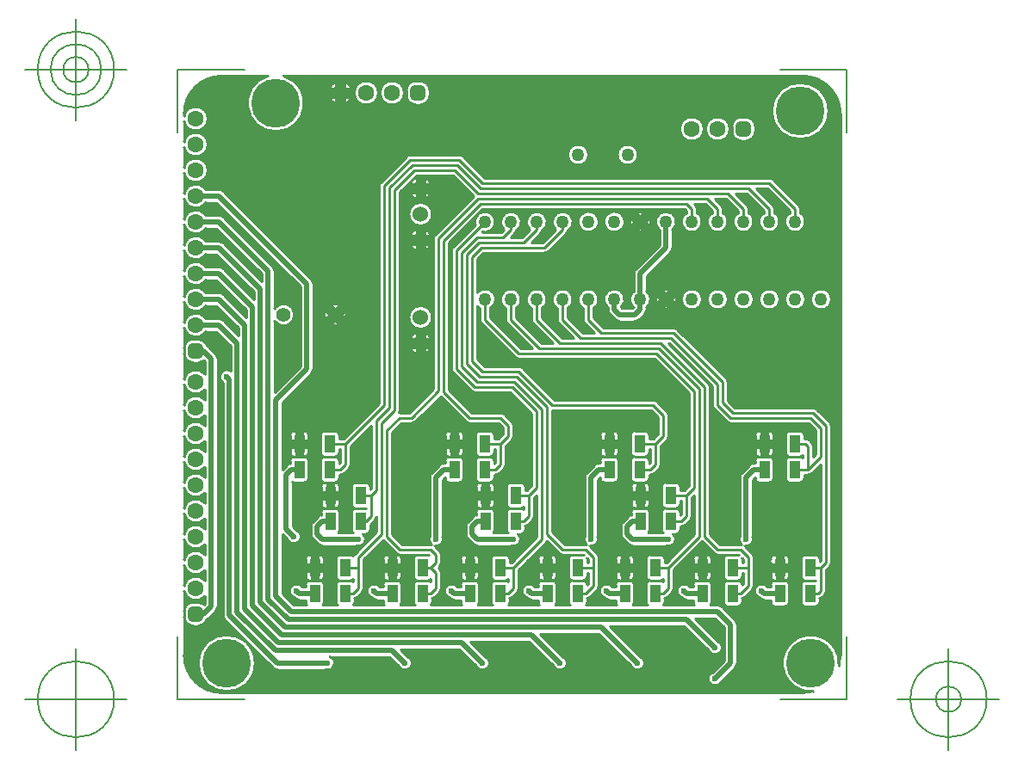
<source format=gbr>
G04 Generated by Ultiboard 14.2 *
%FSLAX24Y24*%
%MOIN*%

%ADD10C,0.0001*%
%ADD11C,0.0100*%
%ADD12C,0.0200*%
%ADD13C,0.0050*%
%ADD14C,0.0500*%
%ADD15C,0.0633*%
%ADD16R,0.0208X0.0208*%
%ADD17C,0.0392*%
%ADD18R,0.0413X0.0689*%
%ADD19C,0.1890*%
%ADD20C,0.0236*%
%ADD21C,0.0551*%
%ADD22C,0.0600*%


G04 ColorRGB 0000FF for the following layer *
%LNCopper Bottom*%
%LPD*%
G54D10*
G36*
X7148Y8344D02*
X7148Y8344D01*
X7148Y8232D01*
X7199Y8283D01*
X7199Y10713D01*
X6401Y9915D01*
X6401Y9200D01*
G75*
D01*
G02X6342Y9058I-201J0*
G01*
X6342Y9058D01*
X6142Y8858D01*
G74*
D01*
G02X6000Y8799I142J142*
G01*
X6000Y8799D01*
X5948Y8799D01*
X5948Y8656D01*
G75*
D01*
G02X5797Y8505I-151J0*
G01*
X5797Y8505D01*
X5384Y8505D01*
G75*
D01*
G02X5233Y8656I0J151*
G01*
X5233Y8656D01*
X5233Y9344D01*
G75*
D01*
G02X5384Y9495I151J0*
G01*
X5384Y9495D01*
X5797Y9495D01*
G74*
D01*
G02X5948Y9344I0J151*
G01*
X5948Y9344D01*
X5948Y9232D01*
X5999Y9283D01*
X5999Y9799D01*
X5948Y9799D01*
X5948Y9656D01*
G75*
D01*
G02X5797Y9505I-151J0*
G01*
X5797Y9505D01*
X5384Y9505D01*
G75*
D01*
G02X5233Y9656I0J151*
G01*
X5233Y9656D01*
X5233Y10344D01*
G75*
D01*
G02X5384Y10495I151J0*
G01*
X5384Y10495D01*
X5797Y10495D01*
G74*
D01*
G02X5948Y10344I0J151*
G01*
X5948Y10344D01*
X5948Y10201D01*
X6118Y10201D01*
X7499Y11582D01*
X7499Y20000D01*
G75*
D01*
G02X7558Y20142I201J0*
G01*
X7558Y20142D01*
X8558Y21142D01*
G74*
D01*
G02X8673Y21199I142J142*
G01*
G75*
D01*
G02X8700Y21201I27J-199*
G01*
X8700Y21201D01*
X10600Y21201D01*
G75*
D01*
G02X10673Y21187I0J-201*
G01*
G74*
D01*
G02X10742Y21142I73J187*
G01*
X10742Y21142D01*
X11583Y20301D01*
X22600Y20301D01*
G75*
D01*
G02X22667Y20289I0J-201*
G01*
G74*
D01*
G02X22742Y20242I67J189*
G01*
X22742Y20242D01*
X23742Y19242D01*
G74*
D01*
G02X23801Y19100I142J142*
G01*
X23801Y19100D01*
X23801Y18946D01*
G75*
D01*
G02X23399Y18946I-201J-346*
G01*
X23399Y18946D01*
X23399Y19017D01*
X22517Y19899D01*
X22085Y19899D01*
X22742Y19242D01*
G74*
D01*
G02X22801Y19100I142J142*
G01*
X22801Y19100D01*
X22801Y18946D01*
G75*
D01*
G02X22399Y18946I-201J-346*
G01*
X22399Y18946D01*
X22399Y19017D01*
X21717Y19699D01*
X21285Y19699D01*
X21742Y19242D01*
G74*
D01*
G02X21801Y19100I142J142*
G01*
X21801Y19100D01*
X21801Y18946D01*
G75*
D01*
G02X21399Y18946I-201J-346*
G01*
X21399Y18946D01*
X21399Y19017D01*
X20917Y19499D01*
X20485Y19499D01*
X20742Y19242D01*
G74*
D01*
G02X20801Y19100I142J142*
G01*
X20801Y19100D01*
X20801Y18946D01*
G75*
D01*
G02X20399Y18946I-201J-346*
G01*
X20399Y18946D01*
X20399Y19017D01*
X20117Y19299D01*
X19685Y19299D01*
X19742Y19242D01*
G74*
D01*
G02X19801Y19100I142J142*
G01*
X19801Y19100D01*
X19801Y18946D01*
G75*
D01*
G02X19399Y18946I-201J-346*
G01*
X19399Y18946D01*
X19399Y19017D01*
X19317Y19099D01*
X11502Y19099D01*
X10201Y17798D01*
X10201Y14500D01*
X10201Y14500D01*
X10201Y14500D01*
X10201Y14500D01*
X10201Y14500D01*
X10201Y14500D01*
X10201Y12083D01*
X11083Y11201D01*
X12200Y11201D01*
G75*
D01*
G02X12259Y11192I0J-201*
G01*
G74*
D01*
G02X12342Y11142I59J192*
G01*
X12342Y11142D01*
X12642Y10842D01*
G74*
D01*
G02X12701Y10700I142J142*
G01*
X12701Y10700D01*
X12701Y10300D01*
G75*
D01*
G02X12642Y10158I-201J0*
G01*
X12642Y10158D01*
X12401Y9917D01*
X12401Y9200D01*
G75*
D01*
G02X12342Y9058I-201J0*
G01*
X12342Y9058D01*
X12142Y8858D01*
G74*
D01*
G02X12000Y8799I142J142*
G01*
X12000Y8799D01*
X11948Y8799D01*
X11948Y8656D01*
G75*
D01*
G02X11797Y8505I-151J0*
G01*
X11797Y8505D01*
X11384Y8505D01*
G75*
D01*
G02X11233Y8656I0J151*
G01*
X11233Y8656D01*
X11233Y9344D01*
G75*
D01*
G02X11384Y9495I151J0*
G01*
X11384Y9495D01*
X11797Y9495D01*
G74*
D01*
G02X11948Y9344I0J151*
G01*
X11948Y9344D01*
X11948Y9232D01*
X11999Y9283D01*
X11999Y9799D01*
X11948Y9799D01*
X11948Y9656D01*
G75*
D01*
G02X11797Y9505I-151J0*
G01*
X11797Y9505D01*
X11384Y9505D01*
G75*
D01*
G02X11233Y9656I0J151*
G01*
X11233Y9656D01*
X11233Y10344D01*
G75*
D01*
G02X11384Y10495I151J0*
G01*
X11384Y10495D01*
X11797Y10495D01*
G74*
D01*
G02X11948Y10344I0J151*
G01*
X11948Y10344D01*
X11948Y10201D01*
X12117Y10201D01*
X12299Y10383D01*
X12299Y10617D01*
X12117Y10799D01*
X11000Y10799D01*
G75*
D01*
G02X10966Y10802I0J201*
G01*
G74*
D01*
G02X10858Y10858I34J198*
G01*
X10858Y10858D01*
X9874Y11842D01*
X9094Y11061D01*
X9094Y11061D01*
X8891Y10858D01*
G74*
D01*
G02X8749Y10799I142J142*
G01*
X8749Y10799D01*
X8366Y10799D01*
X8001Y10434D01*
X8001Y6483D01*
X8383Y6101D01*
X9500Y6101D01*
G75*
D01*
G02X9522Y6100I0J-201*
G01*
G75*
D01*
G02X9449Y6394I178J200*
G01*
X9449Y6394D01*
X9449Y8699D01*
G75*
D01*
G02X9522Y8878I251J1*
G01*
X9522Y8878D01*
X9822Y9178D01*
G74*
D01*
G02X9949Y9246I178J178*
G01*
G75*
D01*
G02X10000Y9251I51J-246*
G01*
X10000Y9251D01*
X10052Y9251D01*
X10052Y9344D01*
G75*
D01*
G02X10203Y9495I151J0*
G01*
X10203Y9495D01*
X10616Y9495D01*
G74*
D01*
G02X10767Y9344I0J151*
G01*
X10767Y9344D01*
X10767Y8656D01*
G75*
D01*
G02X10616Y8505I-151J0*
G01*
X10616Y8505D01*
X10203Y8505D01*
G75*
D01*
G02X10052Y8656I0J151*
G01*
X10052Y8656D01*
X10052Y8697D01*
X9951Y8596D01*
X9951Y6394D01*
G75*
D01*
G02X9647Y6037I-251J-94*
G01*
X9647Y6037D01*
X9842Y5842D01*
G74*
D01*
G02X9901Y5700I142J142*
G01*
X9901Y5700D01*
X9901Y5400D01*
G75*
D01*
G02X9842Y5258I-201J0*
G01*
X9842Y5258D01*
X9784Y5200D01*
X9842Y5142D01*
G74*
D01*
G02X9901Y5000I142J142*
G01*
X9901Y5000D01*
X9901Y4400D01*
G75*
D01*
G02X9842Y4258I-201J0*
G01*
X9842Y4258D01*
X9642Y4058D01*
G74*
D01*
G02X9548Y4005I142J142*
G01*
X9548Y4005D01*
X9548Y3856D01*
G75*
D01*
G02X9506Y3751I-151J0*
G01*
X9506Y3751D01*
X10694Y3751D01*
G75*
D01*
G02X10652Y3856I109J105*
G01*
X10652Y3856D01*
X10652Y3949D01*
X10400Y3949D01*
G75*
D01*
G02X10380Y3950I0J251*
G01*
G74*
D01*
G02X10222Y4022I20J250*
G01*
X10222Y4022D01*
X10189Y4056D01*
G75*
D01*
G02X10521Y4451I111J244*
G01*
X10521Y4451D01*
X10652Y4451D01*
X10652Y4544D01*
G75*
D01*
G02X10803Y4695I151J0*
G01*
X10803Y4695D01*
X11216Y4695D01*
G74*
D01*
G02X11367Y4544I0J151*
G01*
X11367Y4544D01*
X11367Y3856D01*
G75*
D01*
G02X11325Y3751I-151J0*
G01*
X11325Y3751D01*
X11875Y3751D01*
G75*
D01*
G02X11833Y3856I109J105*
G01*
X11833Y3856D01*
X11833Y4544D01*
G75*
D01*
G02X11984Y4695I151J0*
G01*
X11984Y4695D01*
X12397Y4695D01*
G74*
D01*
G02X12499Y4656I0J151*
G01*
X12499Y4656D01*
X12499Y4744D01*
G74*
D01*
G02X12397Y4705I102J112*
G01*
X12397Y4705D01*
X11984Y4705D01*
G75*
D01*
G02X11833Y4856I0J151*
G01*
X11833Y4856D01*
X11833Y5544D01*
G75*
D01*
G02X11984Y5695I151J0*
G01*
X11984Y5695D01*
X12397Y5695D01*
G74*
D01*
G02X12548Y5544I0J151*
G01*
X12548Y5544D01*
X12548Y5401D01*
X12617Y5401D01*
X13599Y6383D01*
X13599Y8015D01*
X13501Y7917D01*
X13501Y7200D01*
G75*
D01*
G02X13442Y7058I-201J0*
G01*
X13442Y7058D01*
X13242Y6858D01*
G74*
D01*
G02X13148Y6805I142J142*
G01*
X13148Y6805D01*
X13148Y6656D01*
G75*
D01*
G02X12997Y6505I-151J0*
G01*
X12997Y6505D01*
X12873Y6505D01*
G75*
D01*
G02X12606Y6049I-173J-205*
G01*
X12606Y6049D01*
X11300Y6049D01*
G75*
D01*
G02X11263Y6051I0J251*
G01*
G74*
D01*
G02X11122Y6122I37J249*
G01*
X11122Y6122D01*
X10922Y6322D01*
G75*
D01*
G02X10849Y6501I178J178*
G01*
X10849Y6501D01*
X10849Y6800D01*
G75*
D01*
G02X10922Y6978I251J0*
G01*
X10922Y6978D01*
X11122Y7178D01*
G74*
D01*
G02X11252Y7247I178J178*
G01*
X11252Y7247D01*
X11252Y7344D01*
G75*
D01*
G02X11403Y7495I151J0*
G01*
X11403Y7495D01*
X11816Y7495D01*
G74*
D01*
G02X11967Y7344I0J151*
G01*
X11967Y7344D01*
X11967Y6656D01*
G75*
D01*
G02X11925Y6551I-151J0*
G01*
X11925Y6551D01*
X12475Y6551D01*
G75*
D01*
G02X12433Y6656I109J105*
G01*
X12433Y6656D01*
X12433Y7344D01*
G75*
D01*
G02X12584Y7495I151J0*
G01*
X12584Y7495D01*
X12997Y7495D01*
G74*
D01*
G02X13099Y7456I0J151*
G01*
X13099Y7456D01*
X13099Y7544D01*
G74*
D01*
G02X12997Y7505I102J112*
G01*
X12997Y7505D01*
X12584Y7505D01*
G75*
D01*
G02X12433Y7656I0J151*
G01*
X12433Y7656D01*
X12433Y8344D01*
G75*
D01*
G02X12584Y8495I151J0*
G01*
X12584Y8495D01*
X12997Y8495D01*
G74*
D01*
G02X13148Y8344I0J151*
G01*
X13148Y8344D01*
X13148Y8201D01*
X13217Y8201D01*
X13399Y8383D01*
X13399Y11168D01*
X12568Y11999D01*
X11200Y11999D01*
G75*
D01*
G02X11129Y12012I0J201*
G01*
G74*
D01*
G02X11058Y12058I71J188*
G01*
X11058Y12058D01*
X10358Y12758D01*
G75*
D01*
G02X10299Y12900I142J142*
G01*
X10299Y12900D01*
X10299Y14499D01*
G75*
D01*
G02X10299Y14500I201J1*
G01*
X10299Y14500D01*
X10299Y17497D01*
G75*
D01*
G02X10358Y17640I201J1*
G01*
X10358Y17640D01*
X11214Y18496D01*
G75*
D01*
G02X11628Y18201I386J104*
G01*
X11628Y18201D01*
X12217Y18201D01*
X12325Y18309D01*
G75*
D01*
G02X12795Y18251I275J291*
G01*
G74*
D01*
G02X12742Y18158I195J49*
G01*
X12742Y18158D01*
X12585Y18001D01*
X13017Y18001D01*
X13325Y18309D01*
G75*
D01*
G02X13795Y18251I275J291*
G01*
G74*
D01*
G02X13742Y18158I195J49*
G01*
X13742Y18158D01*
X13385Y17801D01*
X13817Y17801D01*
X14325Y18309D01*
G75*
D01*
G02X14795Y18251I275J291*
G01*
G74*
D01*
G02X14742Y18158I195J49*
G01*
X14742Y18158D01*
X14042Y17458D01*
G74*
D01*
G02X13918Y17400I142J142*
G01*
G75*
D01*
G02X13900Y17399I-18J200*
G01*
X13900Y17399D01*
X11534Y17399D01*
X11301Y17166D01*
X11301Y15866D01*
G75*
D01*
G02X11801Y15254I299J-266*
G01*
X11801Y15254D01*
X11801Y14883D01*
X12983Y13701D01*
X13415Y13701D01*
X12458Y14658D01*
G75*
D01*
G02X12399Y14800I142J142*
G01*
X12399Y14800D01*
X12399Y15254D01*
G75*
D01*
G02X12801Y15254I201J346*
G01*
X12801Y15254D01*
X12801Y14883D01*
X13783Y13901D01*
X14215Y13901D01*
X13458Y14658D01*
G75*
D01*
G02X13399Y14800I142J142*
G01*
X13399Y14800D01*
X13399Y15254D01*
G75*
D01*
G02X13801Y15254I201J346*
G01*
X13801Y15254D01*
X13801Y14883D01*
X14583Y14101D01*
X15015Y14101D01*
X14458Y14658D01*
G75*
D01*
G02X14399Y14800I142J142*
G01*
X14399Y14800D01*
X14399Y15254D01*
G75*
D01*
G02X14801Y15254I201J346*
G01*
X14801Y15254D01*
X14801Y14883D01*
X15383Y14301D01*
X15815Y14301D01*
X15458Y14658D01*
G75*
D01*
G02X15399Y14800I142J142*
G01*
X15399Y14800D01*
X15399Y15254D01*
G75*
D01*
G02X15801Y15254I201J346*
G01*
X15801Y15254D01*
X15801Y14883D01*
X16183Y14501D01*
X18883Y14501D01*
G74*
D01*
G02X19025Y14442I0J201*
G01*
X19025Y14442D01*
X20942Y12525D01*
G74*
D01*
G02X21001Y12383I142J142*
G01*
X21001Y12383D01*
X21001Y11666D01*
X21266Y11401D01*
X24283Y11401D01*
G74*
D01*
G02X24425Y11342I0J201*
G01*
X24425Y11342D01*
X24942Y10825D01*
G74*
D01*
G02X25001Y10683I142J142*
G01*
X25001Y10683D01*
X25001Y5400D01*
G75*
D01*
G02X24942Y5258I-201J0*
G01*
X24942Y5258D01*
X24801Y5117D01*
X24801Y4300D01*
G75*
D01*
G02X24742Y4158I-201J0*
G01*
X24742Y4158D01*
X24642Y4058D01*
G74*
D01*
G02X24548Y4005I142J142*
G01*
X24548Y4005D01*
X24548Y3856D01*
G75*
D01*
G02X24397Y3705I-151J0*
G01*
X24397Y3705D01*
X23984Y3705D01*
G75*
D01*
G02X23833Y3856I0J151*
G01*
X23833Y3856D01*
X23833Y4544D01*
G75*
D01*
G02X23984Y4695I151J0*
G01*
X23984Y4695D01*
X24397Y4695D01*
X24399Y4695D01*
X24399Y4695D01*
X24399Y4705D01*
X24397Y4705D01*
X24397Y4705D01*
X23984Y4705D01*
G75*
D01*
G02X23833Y4856I0J151*
G01*
X23833Y4856D01*
X23833Y5544D01*
G75*
D01*
G02X23984Y5695I151J0*
G01*
X23984Y5695D01*
X24397Y5695D01*
G74*
D01*
G02X24548Y5544I0J151*
G01*
X24548Y5544D01*
X24548Y5432D01*
X24599Y5483D01*
X24599Y9215D01*
X24242Y8858D01*
G74*
D01*
G02X24100Y8799I142J142*
G01*
X24100Y8799D01*
X23948Y8799D01*
X23948Y8656D01*
G75*
D01*
G02X23797Y8505I-151J0*
G01*
X23797Y8505D01*
X23384Y8505D01*
G75*
D01*
G02X23233Y8656I0J151*
G01*
X23233Y8656D01*
X23233Y9344D01*
G75*
D01*
G02X23384Y9495I151J0*
G01*
X23384Y9495D01*
X23797Y9495D01*
G74*
D01*
G02X23899Y9456I0J151*
G01*
X23899Y9456D01*
X23899Y9544D01*
G74*
D01*
G02X23797Y9505I102J112*
G01*
X23797Y9505D01*
X23384Y9505D01*
G75*
D01*
G02X23233Y9656I0J151*
G01*
X23233Y9656D01*
X23233Y10344D01*
G75*
D01*
G02X23384Y10495I151J0*
G01*
X23384Y10495D01*
X23797Y10495D01*
G74*
D01*
G02X23948Y10344I0J151*
G01*
X23948Y10344D01*
X23948Y10201D01*
X24000Y10201D01*
G74*
D01*
G02X24142Y10142I0J201*
G01*
X24142Y10142D01*
X24242Y10042D01*
G74*
D01*
G02X24301Y9900I142J142*
G01*
X24301Y9900D01*
X24301Y9485D01*
X24399Y9583D01*
X24399Y10517D01*
X24117Y10799D01*
X21100Y10799D01*
G75*
D01*
G02X21042Y10808I0J201*
G01*
G74*
D01*
G02X20958Y10858I58J192*
G01*
X20958Y10858D01*
X20458Y11358D01*
G75*
D01*
G02X20399Y11500I142J142*
G01*
X20399Y11500D01*
X20399Y12217D01*
X18717Y13899D01*
X18685Y13899D01*
X20242Y12342D01*
G74*
D01*
G02X20301Y12200I142J142*
G01*
X20301Y12200D01*
X20301Y9601D01*
X20301Y9600D01*
X20301Y9600D01*
X20301Y9500D01*
X20301Y9500D01*
X20301Y6483D01*
X20683Y6101D01*
X21500Y6101D01*
G75*
D01*
G02X21522Y6100I0J-201*
G01*
G75*
D01*
G02X21449Y6394I178J200*
G01*
X21449Y6394D01*
X21449Y8699D01*
G75*
D01*
G02X21522Y8878I251J1*
G01*
X21522Y8878D01*
X21822Y9178D01*
G74*
D01*
G02X21949Y9246I178J178*
G01*
G75*
D01*
G02X22000Y9251I51J-246*
G01*
X22000Y9251D01*
X22052Y9251D01*
X22052Y9344D01*
G75*
D01*
G02X22203Y9495I151J0*
G01*
X22203Y9495D01*
X22616Y9495D01*
G74*
D01*
G02X22767Y9344I0J151*
G01*
X22767Y9344D01*
X22767Y8656D01*
G75*
D01*
G02X22616Y8505I-151J0*
G01*
X22616Y8505D01*
X22203Y8505D01*
G75*
D01*
G02X22052Y8656I0J151*
G01*
X22052Y8656D01*
X22052Y8697D01*
X21951Y8596D01*
X21951Y6394D01*
G75*
D01*
G02X21647Y6037I-251J-94*
G01*
X21647Y6037D01*
X21942Y5742D01*
G74*
D01*
G02X22001Y5600I142J142*
G01*
X22001Y5600D01*
X22001Y4500D01*
G75*
D01*
G02X21942Y4358I-201J0*
G01*
X21942Y4358D01*
X21642Y4058D01*
G74*
D01*
G02X21548Y4005I142J142*
G01*
X21548Y4005D01*
X21548Y3856D01*
G75*
D01*
G02X21397Y3705I-151J0*
G01*
X21397Y3705D01*
X20984Y3705D01*
G75*
D01*
G02X20833Y3856I0J151*
G01*
X20833Y3856D01*
X20833Y4544D01*
G75*
D01*
G02X20984Y4695I151J0*
G01*
X20984Y4695D01*
X21397Y4695D01*
G74*
D01*
G02X21548Y4544I0J151*
G01*
X21548Y4544D01*
X21548Y4532D01*
X21599Y4583D01*
X21599Y4999D01*
X21548Y4999D01*
X21548Y4856D01*
G75*
D01*
G02X21397Y4705I-151J0*
G01*
X21397Y4705D01*
X20984Y4705D01*
G75*
D01*
G02X20833Y4856I0J151*
G01*
X20833Y4856D01*
X20833Y5544D01*
G75*
D01*
G02X20984Y5695I151J0*
G01*
X20984Y5695D01*
X21397Y5695D01*
G74*
D01*
G02X21423Y5693I0J151*
G01*
X21423Y5693D01*
X21417Y5699D01*
X20600Y5699D01*
G75*
D01*
G02X20542Y5708I0J201*
G01*
G74*
D01*
G02X20458Y5758I58J192*
G01*
X20458Y5758D01*
X20000Y6216D01*
X18901Y5117D01*
X18901Y4400D01*
G75*
D01*
G02X18842Y4258I-201J0*
G01*
X18842Y4258D01*
X18642Y4058D01*
G74*
D01*
G02X18548Y4005I142J142*
G01*
X18548Y4005D01*
X18548Y3856D01*
G75*
D01*
G02X18506Y3751I-151J0*
G01*
X18506Y3751D01*
X19694Y3751D01*
G75*
D01*
G02X19652Y3856I109J105*
G01*
X19652Y3856D01*
X19652Y3949D01*
X19400Y3949D01*
G75*
D01*
G02X19380Y3950I0J251*
G01*
G74*
D01*
G02X19222Y4022I20J250*
G01*
X19222Y4022D01*
X19189Y4056D01*
G75*
D01*
G02X19521Y4451I111J244*
G01*
X19521Y4451D01*
X19652Y4451D01*
X19652Y4544D01*
G75*
D01*
G02X19803Y4695I151J0*
G01*
X19803Y4695D01*
X20216Y4695D01*
G74*
D01*
G02X20367Y4544I0J151*
G01*
X20367Y4544D01*
X20367Y3856D01*
G75*
D01*
G02X20325Y3751I-151J0*
G01*
X20325Y3751D01*
X20600Y3751D01*
G75*
D01*
G02X20653Y3746I0J-251*
G01*
G74*
D01*
G02X20778Y3677I53J246*
G01*
X20778Y3677D01*
X21277Y3178D01*
G74*
D01*
G02X21351Y3000I177J178*
G01*
X21351Y3000D01*
X21351Y1500D01*
G75*
D01*
G02X21277Y1322I-251J0*
G01*
X21277Y1322D01*
X20744Y789D01*
G75*
D01*
G02X20389Y1144I-244J111*
G01*
X20389Y1144D01*
X20849Y1604D01*
X20849Y2896D01*
X20496Y3249D01*
X19706Y3249D01*
X20611Y2344D01*
G75*
D01*
G02X20256Y1989I-111J-244*
G01*
X20256Y1989D01*
X19296Y2949D01*
X16406Y2949D01*
X17611Y1744D01*
G75*
D01*
G02X17256Y1389I-111J-244*
G01*
X17256Y1389D01*
X15996Y2649D01*
X13706Y2649D01*
X14611Y1744D01*
G75*
D01*
G02X14256Y1389I-111J-244*
G01*
X14256Y1389D01*
X13296Y2349D01*
X11006Y2349D01*
X11611Y1744D01*
G75*
D01*
G02X11256Y1389I-111J-244*
G01*
X11256Y1389D01*
X10596Y2049D01*
X8306Y2049D01*
X8611Y1744D01*
G75*
D01*
G02X8256Y1389I-111J-244*
G01*
X8256Y1389D01*
X7896Y1749D01*
X5600Y1749D01*
G75*
D01*
G02X5406Y1249I-100J-249*
G01*
X5406Y1249D01*
X3554Y1249D01*
G75*
D01*
G02X3474Y1262I0J251*
G01*
G74*
D01*
G02X3377Y1322I80J238*
G01*
X3377Y1322D01*
X1522Y3177D01*
G75*
D01*
G02X1449Y3355I178J177*
G01*
X1449Y3355D01*
X1449Y12379D01*
G75*
D01*
G02X1749Y12823I151J221*
G01*
X1749Y12823D01*
X1749Y13796D01*
X1196Y14349D01*
X793Y14349D01*
G75*
D01*
G02X-52Y14485I-393J251*
G01*
X-52Y14485D01*
X-52Y12515D01*
G75*
D01*
G02X749Y12710I452J-115*
G01*
X749Y12710D01*
X749Y13196D01*
X721Y13224D01*
G74*
D01*
G02X504Y13148I217J272*
G01*
X504Y13148D01*
X296Y13148D01*
G75*
D01*
G02X-52Y13496I0J348*
G01*
X-52Y13496D01*
X-52Y13704D01*
G75*
D01*
G02X296Y14052I348J0*
G01*
X296Y14052D01*
X504Y14052D01*
G74*
D01*
G02X834Y13812I0J348*
G01*
G74*
D01*
G02X878Y13777I134J212*
G01*
X878Y13777D01*
X1177Y13478D01*
G74*
D01*
G02X1251Y13300I177J178*
G01*
X1251Y13300D01*
X1251Y3700D01*
G75*
D01*
G02X1177Y3522I-251J0*
G01*
X1177Y3522D01*
X878Y3223D01*
G74*
D01*
G02X834Y3188I178J177*
G01*
G74*
D01*
G02X504Y2948I330J108*
G01*
X504Y2948D01*
X296Y2948D01*
G75*
D01*
G02X-52Y3296I0J348*
G01*
X-52Y3296D01*
X-52Y3504D01*
G75*
D01*
G02X296Y3852I348J0*
G01*
X296Y3852D01*
X504Y3852D01*
G74*
D01*
G02X721Y3776I0J348*
G01*
X721Y3776D01*
X749Y3804D01*
X749Y4090D01*
G75*
D01*
G02X-52Y4285I-349J310*
G01*
X-52Y4285D01*
X-52Y1821D01*
G74*
D01*
G02X-52Y1805I151J16*
G01*
G75*
D01*
G03X1400Y354I1452J0*
G01*
G74*
D01*
G02X1416Y353I0J152*
G01*
X1416Y353D01*
X23879Y353D01*
G75*
D01*
G02X23894Y354I15J-151*
G01*
G74*
D01*
G03X24290Y409I0J1451*
G01*
G75*
D01*
G02X25291Y1411I-90J1091*
G01*
G75*
D01*
G03X25346Y1805I-1397J394*
G01*
G74*
D01*
G02X25347Y1821I151J0*
G01*
X25347Y1821D01*
X25347Y22784D01*
G75*
D01*
G02X25346Y22800I150J16*
G01*
G74*
D01*
G03X23894Y24252I1452J0*
G01*
G75*
D01*
G02X23879Y24252I0J151*
G01*
X23879Y24252D01*
X3802Y24252D01*
G75*
D01*
G02X3198Y24252I-302J-1052*
G01*
X3198Y24252D01*
X1416Y24252D01*
G74*
D01*
G02X1400Y24252I16J151*
G01*
G75*
D01*
G03X-52Y22800I0J-1452*
G01*
G75*
D01*
G02X-52Y22784I-151J0*
G01*
X-52Y22784D01*
X-52Y22715D01*
G75*
D01*
G02X-52Y22485I452J-115*
G01*
X-52Y22485D01*
X-52Y21715D01*
G75*
D01*
G02X-52Y21485I452J-115*
G01*
X-52Y21485D01*
X-52Y20715D01*
G75*
D01*
G02X-52Y20485I452J-115*
G01*
X-52Y20485D01*
X-52Y19715D01*
G75*
D01*
G02X793Y19851I452J-115*
G01*
X793Y19851D01*
X1300Y19851D01*
G75*
D01*
G02X1388Y19835I0J-251*
G01*
G74*
D01*
G02X1478Y19777I88J235*
G01*
X1478Y19777D01*
X4877Y16378D01*
G74*
D01*
G02X4951Y16200I177J178*
G01*
X4951Y16200D01*
X4951Y12900D01*
G75*
D01*
G02X4877Y12722I-251J0*
G01*
X4877Y12722D01*
X3751Y11596D01*
X3751Y9006D01*
X3922Y9178D01*
G74*
D01*
G02X4052Y9247I178J178*
G01*
X4052Y9247D01*
X4052Y9344D01*
G75*
D01*
G02X4203Y9495I151J0*
G01*
X4203Y9495D01*
X4616Y9495D01*
G74*
D01*
G02X4767Y9344I0J151*
G01*
X4767Y9344D01*
X4767Y8656D01*
G75*
D01*
G02X4616Y8505I-151J0*
G01*
X4616Y8505D01*
X4203Y8505D01*
G75*
D01*
G02X4151Y8514I0J151*
G01*
X4151Y8514D01*
X4151Y6804D01*
X4311Y6644D01*
G75*
D01*
G02X3956Y6289I-111J-244*
G01*
X3956Y6289D01*
X3751Y6494D01*
X3751Y4204D01*
X4204Y3751D01*
X4694Y3751D01*
G75*
D01*
G02X4652Y3856I109J105*
G01*
X4652Y3856D01*
X4652Y3949D01*
X4400Y3949D01*
G75*
D01*
G02X4380Y3950I0J251*
G01*
G74*
D01*
G02X4222Y4022I20J250*
G01*
X4222Y4022D01*
X4189Y4056D01*
G75*
D01*
G02X4521Y4451I111J244*
G01*
X4521Y4451D01*
X4652Y4451D01*
X4652Y4544D01*
G75*
D01*
G02X4803Y4695I151J0*
G01*
X4803Y4695D01*
X5216Y4695D01*
G74*
D01*
G02X5367Y4544I0J151*
G01*
X5367Y4544D01*
X5367Y3856D01*
G75*
D01*
G02X5325Y3751I-151J0*
G01*
X5325Y3751D01*
X5875Y3751D01*
G75*
D01*
G02X5833Y3856I109J105*
G01*
X5833Y3856D01*
X5833Y4544D01*
G75*
D01*
G02X5984Y4695I151J0*
G01*
X5984Y4695D01*
X6397Y4695D01*
G74*
D01*
G02X6499Y4656I0J151*
G01*
X6499Y4656D01*
X6499Y4744D01*
G74*
D01*
G02X6397Y4705I102J112*
G01*
X6397Y4705D01*
X5984Y4705D01*
G75*
D01*
G02X5833Y4856I0J151*
G01*
X5833Y4856D01*
X5833Y5544D01*
G75*
D01*
G02X5984Y5695I151J0*
G01*
X5984Y5695D01*
X6397Y5695D01*
G74*
D01*
G02X6505Y5650I0J151*
G01*
G74*
D01*
G02X6558Y5742I195J50*
G01*
X6558Y5742D01*
X7399Y6583D01*
X7399Y7172D01*
G74*
D01*
G02X7342Y7058I199J28*
G01*
X7342Y7058D01*
X7148Y6864D01*
X7148Y6656D01*
G75*
D01*
G02X6997Y6505I-151J0*
G01*
X6997Y6505D01*
X6873Y6505D01*
G75*
D01*
G02X6606Y6049I-173J-205*
G01*
X6606Y6049D01*
X5300Y6049D01*
G75*
D01*
G02X5263Y6051I0J251*
G01*
G74*
D01*
G02X5122Y6122I37J249*
G01*
X5122Y6122D01*
X4922Y6322D01*
G75*
D01*
G02X4849Y6501I178J178*
G01*
X4849Y6501D01*
X4849Y6800D01*
G75*
D01*
G02X4922Y6978I251J0*
G01*
X4922Y6978D01*
X5122Y7178D01*
G74*
D01*
G02X5252Y7247I178J178*
G01*
X5252Y7247D01*
X5252Y7344D01*
G75*
D01*
G02X5403Y7495I151J0*
G01*
X5403Y7495D01*
X5816Y7495D01*
G74*
D01*
G02X5967Y7344I0J151*
G01*
X5967Y7344D01*
X5967Y6656D01*
G75*
D01*
G02X5925Y6551I-151J0*
G01*
X5925Y6551D01*
X6475Y6551D01*
G75*
D01*
G02X6433Y6656I109J105*
G01*
X6433Y6656D01*
X6433Y7344D01*
G75*
D01*
G02X6584Y7495I151J0*
G01*
X6584Y7495D01*
X6997Y7495D01*
X6999Y7495D01*
X6999Y7495D01*
X6999Y7505D01*
X6997Y7505D01*
X6997Y7505D01*
X6584Y7505D01*
G75*
D01*
G02X6433Y7656I0J151*
G01*
X6433Y7656D01*
X6433Y8344D01*
G75*
D01*
G02X6584Y8495I151J0*
G01*
X6584Y8495D01*
X6997Y8495D01*
G74*
D01*
G02X7148Y8344I0J151*
G01*
D02*
G37*
%LPC*%
G36*
X9104Y24052D02*
G74*
D01*
G02X9452Y23704I0J348*
G01*
X9452Y23704D01*
X9452Y23496D01*
G75*
D01*
G02X9104Y23148I-348J0*
G01*
X9104Y23148D01*
X8896Y23148D01*
G75*
D01*
G02X8548Y23496I0J348*
G01*
X8548Y23496D01*
X8548Y23704D01*
G75*
D01*
G02X8896Y24052I348J0*
G01*
X8896Y24052D01*
X9104Y24052D01*
D02*
G37*
G36*
X18543Y15765D02*
G75*
D01*
G02X18543Y15765I57J-165*
G01*
D02*
G37*
G36*
X18764Y15965D02*
X18764Y15965D01*
X18600Y15801D01*
X18436Y15965D01*
G75*
D01*
G02X18764Y15965I164J-365*
G01*
D02*
G37*
G36*
X18851Y18289D02*
X18851Y18289D01*
X18851Y17600D01*
G75*
D01*
G02X18833Y17506I-251J0*
G01*
G74*
D01*
G02X18777Y17422I233J94*
G01*
X18777Y17422D01*
X17851Y16496D01*
X17851Y15911D01*
G75*
D01*
G02X17851Y15289I-251J-311*
G01*
X17851Y15289D01*
X17851Y15200D01*
G75*
D01*
G02X17777Y15022I-251J0*
G01*
X17777Y15022D01*
X17578Y14823D01*
G74*
D01*
G02X17400Y14749I178J177*
G01*
X17400Y14749D01*
X16800Y14749D01*
G75*
D01*
G02X16622Y14822I0J251*
G01*
X16622Y14822D01*
X16422Y15022D01*
G75*
D01*
G02X16349Y15200I178J178*
G01*
X16349Y15200D01*
X16349Y15289D01*
G75*
D01*
G02X16860Y15296I251J311*
G01*
X16860Y15296D01*
X16904Y15251D01*
X17296Y15251D01*
X17340Y15296D01*
G75*
D01*
G02X17349Y15911I260J304*
G01*
X17349Y15911D01*
X17349Y16600D01*
G75*
D01*
G02X17422Y16778I251J0*
G01*
X17422Y16778D01*
X18349Y17704D01*
X18349Y18289D01*
G75*
D01*
G02X18851Y18289I251J311*
G01*
D02*
G37*
G36*
X17436Y18965D02*
G75*
D01*
G02X17764Y18965I164J-365*
G01*
X17764Y18965D01*
X17600Y18801D01*
X17436Y18965D01*
D02*
G37*
G36*
X16404Y18948D02*
G75*
D01*
G02X16404Y18948I196J-348*
G01*
D02*
G37*
G36*
X15404Y18948D02*
G75*
D01*
G02X15404Y18948I196J-348*
G01*
D02*
G37*
G36*
X18764Y15235D02*
G75*
D01*
G02X18436Y15235I-164J365*
G01*
X18436Y15235D01*
X18600Y15399D01*
X18764Y15235D01*
D02*
G37*
G36*
X24796Y18948D02*
G75*
D01*
G02X24796Y18948I-196J-348*
G01*
D02*
G37*
G36*
X10616Y9505D02*
X10616Y9505D01*
X10536Y9505D01*
X10536Y9873D01*
X10767Y9873D01*
X10767Y9656D01*
G75*
D01*
G02X10616Y9505I-151J0*
G01*
D02*
G37*
G36*
X10616Y10495D02*
G74*
D01*
G02X10767Y10344I0J151*
G01*
X10767Y10344D01*
X10767Y10127D01*
X10536Y10127D01*
X10536Y10495D01*
X10616Y10495D01*
D02*
G37*
G36*
X10203Y10495D02*
X10203Y10495D01*
X10283Y10495D01*
X10283Y10127D01*
X10052Y10127D01*
X10052Y10344D01*
G75*
D01*
G02X10203Y10495I151J0*
G01*
D02*
G37*
G36*
X10052Y9656D02*
X10052Y9656D01*
X10052Y9873D01*
X10283Y9873D01*
X10283Y9505D01*
X10203Y9505D01*
G75*
D01*
G02X10052Y9656I0J151*
G01*
D02*
G37*
G36*
X5816Y8495D02*
G74*
D01*
G02X5967Y8344I0J151*
G01*
X5967Y8344D01*
X5967Y8127D01*
X5736Y8127D01*
X5736Y8495D01*
X5816Y8495D01*
D02*
G37*
G36*
X5403Y8495D02*
X5403Y8495D01*
X5483Y8495D01*
X5483Y8127D01*
X5252Y8127D01*
X5252Y8344D01*
G75*
D01*
G02X5403Y8495I151J0*
G01*
D02*
G37*
G36*
X5816Y7505D02*
X5816Y7505D01*
X5736Y7505D01*
X5736Y7873D01*
X5967Y7873D01*
X5967Y7656D01*
G75*
D01*
G02X5816Y7505I-151J0*
G01*
D02*
G37*
G36*
X5252Y7656D02*
X5252Y7656D01*
X5252Y7873D01*
X5483Y7873D01*
X5483Y7505D01*
X5403Y7505D01*
G75*
D01*
G02X5252Y7656I0J151*
G01*
D02*
G37*
G36*
X5216Y5695D02*
G74*
D01*
G02X5367Y5544I0J151*
G01*
X5367Y5544D01*
X5367Y5327D01*
X5136Y5327D01*
X5136Y5695D01*
X5216Y5695D01*
D02*
G37*
G36*
X4803Y5695D02*
X4803Y5695D01*
X4883Y5695D01*
X4883Y5327D01*
X4652Y5327D01*
X4652Y5544D01*
G75*
D01*
G02X4803Y5695I151J0*
G01*
D02*
G37*
G36*
X5216Y4705D02*
X5216Y4705D01*
X5136Y4705D01*
X5136Y5073D01*
X5367Y5073D01*
X5367Y4856D01*
G75*
D01*
G02X5216Y4705I-151J0*
G01*
D02*
G37*
G36*
X4652Y4856D02*
X4652Y4856D01*
X4652Y5073D01*
X4883Y5073D01*
X4883Y4705D01*
X4803Y4705D01*
G75*
D01*
G02X4652Y4856I0J151*
G01*
D02*
G37*
G36*
X22052Y9656D02*
X22052Y9656D01*
X22052Y9873D01*
X22283Y9873D01*
X22283Y9505D01*
X22203Y9505D01*
G75*
D01*
G02X22052Y9656I0J151*
G01*
D02*
G37*
G36*
X22616Y9505D02*
X22616Y9505D01*
X22536Y9505D01*
X22536Y9873D01*
X22767Y9873D01*
X22767Y9656D01*
G75*
D01*
G02X22616Y9505I-151J0*
G01*
D02*
G37*
G36*
X22616Y10495D02*
G74*
D01*
G02X22767Y10344I0J151*
G01*
X22767Y10344D01*
X22767Y10127D01*
X22536Y10127D01*
X22536Y10495D01*
X22616Y10495D01*
D02*
G37*
G36*
X22203Y10495D02*
X22203Y10495D01*
X22283Y10495D01*
X22283Y10127D01*
X22052Y10127D01*
X22052Y10344D01*
G75*
D01*
G02X22203Y10495I151J0*
G01*
D02*
G37*
G36*
X11403Y8495D02*
X11403Y8495D01*
X11483Y8495D01*
X11483Y8127D01*
X11252Y8127D01*
X11252Y8344D01*
G75*
D01*
G02X11403Y8495I151J0*
G01*
D02*
G37*
G36*
X11816Y8495D02*
G74*
D01*
G02X11967Y8344I0J151*
G01*
X11967Y8344D01*
X11967Y8127D01*
X11736Y8127D01*
X11736Y8495D01*
X11816Y8495D01*
D02*
G37*
G36*
X11252Y7656D02*
X11252Y7656D01*
X11252Y7873D01*
X11483Y7873D01*
X11483Y7505D01*
X11403Y7505D01*
G75*
D01*
G02X11252Y7656I0J151*
G01*
D02*
G37*
G36*
X11816Y7505D02*
X11816Y7505D01*
X11736Y7505D01*
X11736Y7873D01*
X11967Y7873D01*
X11967Y7656D01*
G75*
D01*
G02X11816Y7505I-151J0*
G01*
D02*
G37*
G36*
X11216Y5695D02*
G74*
D01*
G02X11367Y5544I0J151*
G01*
X11367Y5544D01*
X11367Y5327D01*
X11136Y5327D01*
X11136Y5695D01*
X11216Y5695D01*
D02*
G37*
G36*
X10803Y5695D02*
X10803Y5695D01*
X10883Y5695D01*
X10883Y5327D01*
X10652Y5327D01*
X10652Y5544D01*
G75*
D01*
G02X10803Y5695I151J0*
G01*
D02*
G37*
G36*
X11216Y4705D02*
X11216Y4705D01*
X11136Y4705D01*
X11136Y5073D01*
X11367Y5073D01*
X11367Y4856D01*
G75*
D01*
G02X11216Y4705I-151J0*
G01*
D02*
G37*
G36*
X10652Y4856D02*
X10652Y4856D01*
X10652Y5073D01*
X10883Y5073D01*
X10883Y4705D01*
X10803Y4705D01*
G75*
D01*
G02X10652Y4856I0J151*
G01*
D02*
G37*
G36*
X22705Y22900D02*
G75*
D01*
G02X22705Y22900I1095J0*
G01*
D02*
G37*
G36*
X19133Y22200D02*
G75*
D01*
G02X19133Y22200I467J0*
G01*
D02*
G37*
G36*
X20133Y22200D02*
G75*
D01*
G02X20133Y22200I467J0*
G01*
D02*
G37*
G36*
X22052Y22096D02*
G75*
D01*
G02X21704Y21748I-348J0*
G01*
X21704Y21748D01*
X21496Y21748D01*
G75*
D01*
G02X21148Y22096I0J348*
G01*
X21148Y22096D01*
X21148Y22304D01*
G75*
D01*
G02X21496Y22652I348J0*
G01*
X21496Y22652D01*
X21704Y22652D01*
G74*
D01*
G02X22052Y22304I0J348*
G01*
X22052Y22304D01*
X22052Y22096D01*
D02*
G37*
G36*
X24549Y21895D02*
G74*
D01*
G02X24705Y22051I251J95*
G01*
X24705Y22051D01*
X24705Y21895D01*
X24549Y21895D01*
D02*
G37*
G36*
X24895Y22051D02*
G74*
D01*
G02X25051Y21895I95J251*
G01*
X25051Y21895D01*
X24895Y21895D01*
X24895Y22051D01*
D02*
G37*
G36*
X25051Y21705D02*
G74*
D01*
G02X24895Y21549I251J95*
G01*
X24895Y21549D01*
X24895Y21705D01*
X25051Y21705D01*
D02*
G37*
G36*
X24705Y21549D02*
G74*
D01*
G02X24549Y21705I95J251*
G01*
X24549Y21705D01*
X24705Y21705D01*
X24705Y21549D01*
D02*
G37*
G36*
X24741Y21800D02*
G75*
D01*
G02X24741Y21800I59J0*
G01*
D02*
G37*
G36*
X14800Y21200D02*
G75*
D01*
G02X14800Y21200I400J0*
G01*
D02*
G37*
G36*
X16717Y21200D02*
G75*
D01*
G02X16717Y21200I400J0*
G01*
D02*
G37*
G36*
X17425Y18600D02*
G75*
D01*
G02X17425Y18600I175J0*
G01*
D02*
G37*
G36*
X17764Y18235D02*
G75*
D01*
G02X17436Y18235I-164J365*
G01*
X17436Y18235D01*
X17600Y18399D01*
X17764Y18235D01*
D02*
G37*
G36*
X17965Y18764D02*
G75*
D01*
G02X17965Y18436I-365J-164*
G01*
X17965Y18436D01*
X17801Y18600D01*
X17965Y18764D01*
D02*
G37*
G36*
X17235Y18764D02*
X17235Y18764D01*
X17399Y18600D01*
X17235Y18436D01*
G75*
D01*
G02X17235Y18764I365J164*
G01*
D02*
G37*
G36*
X18235Y15764D02*
X18235Y15764D01*
X18399Y15600D01*
X18235Y15436D01*
G75*
D01*
G02X18235Y15764I365J164*
G01*
D02*
G37*
G36*
X5564Y23765D02*
G74*
D01*
G02X5835Y24036I436J165*
G01*
X5835Y24036D01*
X5835Y23765D01*
X5564Y23765D01*
D02*
G37*
G36*
X6436Y23435D02*
G74*
D01*
G02X6165Y23164I436J165*
G01*
X6165Y23164D01*
X6165Y23435D01*
X6436Y23435D01*
D02*
G37*
G36*
X5825Y23600D02*
G75*
D01*
G02X5825Y23600I175J0*
G01*
D02*
G37*
G36*
X5835Y23164D02*
G74*
D01*
G02X5564Y23435I165J436*
G01*
X5564Y23435D01*
X5835Y23435D01*
X5835Y23164D01*
D02*
G37*
G36*
X6533Y23600D02*
G75*
D01*
G02X6533Y23600I467J0*
G01*
D02*
G37*
G36*
X7533Y23600D02*
G75*
D01*
G02X7533Y23600I467J0*
G01*
D02*
G37*
G36*
X6165Y24036D02*
G74*
D01*
G02X6436Y23765I165J436*
G01*
X6436Y23765D01*
X6165Y23765D01*
X6165Y24036D01*
D02*
G37*
G36*
X5625Y15388D02*
G75*
D01*
G02X5975Y15388I175J-388*
G01*
X5975Y15388D01*
X5800Y15213D01*
X5625Y15388D01*
D02*
G37*
G36*
X5975Y14612D02*
G75*
D01*
G02X5625Y14612I-175J388*
G01*
X5625Y14612D01*
X5800Y14787D01*
X5975Y14612D01*
D02*
G37*
G36*
X5643Y15000D02*
G75*
D01*
G02X5643Y15000I157J0*
G01*
D02*
G37*
G36*
X6188Y15175D02*
G75*
D01*
G02X6188Y14825I-388J-175*
G01*
X6188Y14825D01*
X6013Y15000D01*
X6188Y15175D01*
D02*
G37*
G36*
X5412Y15175D02*
X5412Y15175D01*
X5587Y15000D01*
X5412Y14825D01*
G75*
D01*
G02X5412Y15175I388J175*
G01*
D02*
G37*
G36*
X4052Y9656D02*
X4052Y9656D01*
X4052Y9873D01*
X4283Y9873D01*
X4283Y9505D01*
X4203Y9505D01*
G75*
D01*
G02X4052Y9656I0J151*
G01*
D02*
G37*
G36*
X4616Y10495D02*
G74*
D01*
G02X4767Y10344I0J151*
G01*
X4767Y10344D01*
X4767Y10127D01*
X4536Y10127D01*
X4536Y10495D01*
X4616Y10495D01*
D02*
G37*
G36*
X4203Y10495D02*
X4203Y10495D01*
X4283Y10495D01*
X4283Y10127D01*
X4052Y10127D01*
X4052Y10344D01*
G75*
D01*
G02X4203Y10495I151J0*
G01*
D02*
G37*
G36*
X4616Y9505D02*
X4616Y9505D01*
X4536Y9505D01*
X4536Y9873D01*
X4767Y9873D01*
X4767Y9656D01*
G75*
D01*
G02X4616Y9505I-151J0*
G01*
D02*
G37*
G36*
X23216Y5695D02*
G74*
D01*
G02X23367Y5544I0J151*
G01*
X23367Y5544D01*
X23367Y5327D01*
X23136Y5327D01*
X23136Y5695D01*
X23216Y5695D01*
D02*
G37*
G36*
X22405Y5049D02*
G74*
D01*
G02X22249Y5205I95J251*
G01*
X22249Y5205D01*
X22405Y5205D01*
X22405Y5049D01*
D02*
G37*
G36*
X22441Y5300D02*
G75*
D01*
G02X22441Y5300I59J0*
G01*
D02*
G37*
G36*
X22249Y5395D02*
G74*
D01*
G02X22405Y5551I251J95*
G01*
X22405Y5551D01*
X22405Y5395D01*
X22249Y5395D01*
D02*
G37*
G36*
X22803Y5695D02*
X22803Y5695D01*
X22883Y5695D01*
X22883Y5327D01*
X22652Y5327D01*
X22652Y5395D01*
X22595Y5395D01*
X22595Y5551D01*
G74*
D01*
G02X22652Y5521I95J251*
G01*
X22652Y5521D01*
X22652Y5544D01*
G75*
D01*
G02X22803Y5695I151J0*
G01*
D02*
G37*
G36*
X20216Y5695D02*
G74*
D01*
G02X20367Y5544I0J151*
G01*
X20367Y5544D01*
X20367Y5327D01*
X20136Y5327D01*
X20136Y5695D01*
X20216Y5695D01*
D02*
G37*
G36*
X23216Y4705D02*
X23216Y4705D01*
X23136Y4705D01*
X23136Y5073D01*
X23367Y5073D01*
X23367Y4856D01*
G75*
D01*
G02X23216Y4705I-151J0*
G01*
D02*
G37*
G36*
X22751Y5205D02*
G74*
D01*
G02X22595Y5049I251J95*
G01*
X22595Y5049D01*
X22595Y5205D01*
X22751Y5205D01*
D02*
G37*
G36*
X22652Y4856D02*
X22652Y4856D01*
X22652Y5073D01*
X22883Y5073D01*
X22883Y4705D01*
X22803Y4705D01*
G75*
D01*
G02X22652Y4856I0J151*
G01*
D02*
G37*
G36*
X20216Y4705D02*
X20216Y4705D01*
X20136Y4705D01*
X20136Y5073D01*
X20367Y5073D01*
X20367Y4856D01*
G75*
D01*
G02X20216Y4705I-151J0*
G01*
D02*
G37*
G36*
X22521Y4451D02*
X22521Y4451D01*
X22652Y4451D01*
X22652Y4544D01*
G75*
D01*
G02X22803Y4695I151J0*
G01*
X22803Y4695D01*
X23216Y4695D01*
G74*
D01*
G02X23367Y4544I0J151*
G01*
X23367Y4544D01*
X23367Y3856D01*
G75*
D01*
G02X23216Y3705I-151J0*
G01*
X23216Y3705D01*
X22803Y3705D01*
G75*
D01*
G02X22652Y3856I0J151*
G01*
X22652Y3856D01*
X22652Y3949D01*
X22400Y3949D01*
G75*
D01*
G02X22380Y3950I0J251*
G01*
G74*
D01*
G02X22222Y4022I20J250*
G01*
X22222Y4022D01*
X22189Y4056D01*
G75*
D01*
G02X22521Y4451I111J244*
G01*
D02*
G37*
G36*
X19803Y5695D02*
X19803Y5695D01*
X19883Y5695D01*
X19883Y5327D01*
X19652Y5327D01*
X19652Y5544D01*
G75*
D01*
G02X19803Y5695I151J0*
G01*
D02*
G37*
G36*
X19652Y4856D02*
X19652Y4856D01*
X19652Y5073D01*
X19883Y5073D01*
X19883Y4705D01*
X19803Y4705D01*
G75*
D01*
G02X19652Y4856I0J151*
G01*
D02*
G37*
G36*
X24200Y15600D02*
G75*
D01*
G02X24200Y15600I400J0*
G01*
D02*
G37*
G36*
X23200Y15600D02*
G75*
D01*
G02X23200Y15600I400J0*
G01*
D02*
G37*
G36*
X22200Y15600D02*
G75*
D01*
G02X22200Y15600I400J0*
G01*
D02*
G37*
G36*
X21200Y15600D02*
G75*
D01*
G02X21200Y15600I400J0*
G01*
D02*
G37*
G36*
X20200Y15600D02*
G75*
D01*
G02X20200Y15600I400J0*
G01*
D02*
G37*
G36*
X19200Y15600D02*
G75*
D01*
G02X19200Y15600I400J0*
G01*
D02*
G37*
G36*
X18965Y15764D02*
G75*
D01*
G02X18965Y15436I-365J-164*
G01*
X18965Y15436D01*
X18801Y15600D01*
X18965Y15764D01*
D02*
G37*
G36*
X505Y1500D02*
G75*
D01*
G02X505Y1500I1095J0*
G01*
D02*
G37*
%LPD*%
G36*
X18433Y7656D02*
G75*
D01*
G03X18584Y7505I151J0*
G01*
X18584Y7505D01*
X18997Y7505D01*
G75*
D01*
G03X19148Y7656I0J151*
G01*
X19148Y7656D01*
X19148Y7799D01*
X19199Y7799D01*
X19199Y7283D01*
X19148Y7232D01*
X19148Y7344D01*
G74*
D01*
G03X18997Y7495I151J0*
G01*
X18997Y7495D01*
X18584Y7495D01*
G75*
D01*
G03X18433Y7344I0J-151*
G01*
X18433Y7344D01*
X18433Y6656D01*
G75*
D01*
G03X18475Y6551I151J0*
G01*
X18475Y6551D01*
X17925Y6551D01*
G75*
D01*
G03X17967Y6656I-109J105*
G01*
X17967Y6656D01*
X17967Y7344D01*
G74*
D01*
G03X17816Y7495I151J0*
G01*
X17816Y7495D01*
X17403Y7495D01*
G75*
D01*
G03X17252Y7344I0J-151*
G01*
X17252Y7344D01*
X17252Y7247D01*
G74*
D01*
G03X17122Y7178I48J247*
G01*
X17122Y7178D01*
X16922Y6978D01*
G75*
D01*
G03X16849Y6799I178J-178*
G01*
X16849Y6799D01*
X16849Y6500D01*
G75*
D01*
G03X16922Y6322I251J0*
G01*
X16922Y6322D01*
X17122Y6122D01*
G75*
D01*
G03X17300Y6049I178J178*
G01*
X17300Y6049D01*
X18606Y6049D01*
G75*
D01*
G03X18873Y6505I94J251*
G01*
X18873Y6505D01*
X18997Y6505D01*
G75*
D01*
G03X19148Y6656I0J151*
G01*
X19148Y6656D01*
X19148Y6799D01*
X19200Y6799D01*
G74*
D01*
G03X19342Y6858I0J201*
G01*
X19342Y6858D01*
X19542Y7058D01*
G75*
D01*
G03X19601Y7200I-142J142*
G01*
X19601Y7200D01*
X19601Y7917D01*
X19699Y8015D01*
X19699Y6483D01*
X18617Y5401D01*
X18548Y5401D01*
X18548Y5544D01*
G74*
D01*
G03X18397Y5695I151J0*
G01*
X18397Y5695D01*
X17984Y5695D01*
G75*
D01*
G03X17833Y5544I0J-151*
G01*
X17833Y5544D01*
X17833Y4856D01*
G75*
D01*
G03X17984Y4705I151J0*
G01*
X17984Y4705D01*
X18397Y4705D01*
G74*
D01*
G03X18499Y4744I0J151*
G01*
X18499Y4744D01*
X18499Y4656D01*
G74*
D01*
G03X18397Y4695I102J112*
G01*
X18397Y4695D01*
X17984Y4695D01*
G75*
D01*
G03X17833Y4544I0J-151*
G01*
X17833Y4544D01*
X17833Y3856D01*
G75*
D01*
G03X17875Y3751I151J0*
G01*
X17875Y3751D01*
X17325Y3751D01*
G75*
D01*
G03X17367Y3856I-109J105*
G01*
X17367Y3856D01*
X17367Y4544D01*
G74*
D01*
G03X17216Y4695I151J0*
G01*
X17216Y4695D01*
X16803Y4695D01*
G75*
D01*
G03X16652Y4544I0J-151*
G01*
X16652Y4544D01*
X16652Y4451D01*
X16521Y4451D01*
G75*
D01*
G03X16189Y4056I-221J-151*
G01*
X16189Y4056D01*
X16222Y4022D01*
G74*
D01*
G03X16380Y3950I178J178*
G01*
G75*
D01*
G03X16400Y3949I20J250*
G01*
X16400Y3949D01*
X16652Y3949D01*
X16652Y3856D01*
G75*
D01*
G03X16694Y3751I151J0*
G01*
X16694Y3751D01*
X15506Y3751D01*
G75*
D01*
G03X15548Y3856I-109J105*
G01*
X15548Y3856D01*
X15548Y4005D01*
G74*
D01*
G03X15642Y4058I48J195*
G01*
X15642Y4058D01*
X15942Y4358D01*
G75*
D01*
G03X16001Y4500I-142J142*
G01*
X16001Y4500D01*
X16001Y5600D01*
G74*
D01*
G03X15942Y5742I201J0*
G01*
X15942Y5742D01*
X15647Y6037D01*
G75*
D01*
G03X15951Y6394I53J263*
G01*
X15951Y6394D01*
X15951Y8596D01*
X16052Y8697D01*
X16052Y8656D01*
G75*
D01*
G03X16203Y8505I151J0*
G01*
X16203Y8505D01*
X16616Y8505D01*
G75*
D01*
G03X16767Y8656I0J151*
G01*
X16767Y8656D01*
X16767Y9344D01*
G74*
D01*
G03X16616Y9495I151J0*
G01*
X16616Y9495D01*
X16203Y9495D01*
G75*
D01*
G03X16052Y9344I0J-151*
G01*
X16052Y9344D01*
X16052Y9251D01*
X16000Y9251D01*
G75*
D01*
G03X15949Y9246I0J-251*
G01*
G74*
D01*
G03X15822Y9178I51J246*
G01*
X15822Y9178D01*
X15522Y8878D01*
G75*
D01*
G03X15449Y8699I178J-178*
G01*
X15449Y8699D01*
X15449Y6394D01*
G75*
D01*
G03X15522Y6100I251J-94*
G01*
G75*
D01*
G03X15500Y6101I-22J-200*
G01*
X15500Y6101D01*
X14683Y6101D01*
X14201Y6583D01*
X14201Y11299D01*
X18017Y11299D01*
X18299Y11017D01*
X18299Y10383D01*
X18117Y10201D01*
X17948Y10201D01*
X17948Y10344D01*
G74*
D01*
G03X17797Y10495I151J0*
G01*
X17797Y10495D01*
X17384Y10495D01*
G75*
D01*
G03X17233Y10344I0J-151*
G01*
X17233Y10344D01*
X17233Y9656D01*
G75*
D01*
G03X17384Y9505I151J0*
G01*
X17384Y9505D01*
X17797Y9505D01*
G75*
D01*
G03X17948Y9656I0J151*
G01*
X17948Y9656D01*
X17948Y9799D01*
X17999Y9799D01*
X17999Y9283D01*
X17948Y9232D01*
X17948Y9344D01*
G74*
D01*
G03X17797Y9495I151J0*
G01*
X17797Y9495D01*
X17384Y9495D01*
G75*
D01*
G03X17233Y9344I0J-151*
G01*
X17233Y9344D01*
X17233Y8656D01*
G75*
D01*
G03X17384Y8505I151J0*
G01*
X17384Y8505D01*
X17797Y8505D01*
G75*
D01*
G03X17948Y8656I0J151*
G01*
X17948Y8656D01*
X17948Y8799D01*
X18000Y8799D01*
G74*
D01*
G03X18142Y8858I0J201*
G01*
X18142Y8858D01*
X18342Y9058D01*
G75*
D01*
G03X18401Y9200I-142J142*
G01*
X18401Y9200D01*
X18401Y9917D01*
X18642Y10158D01*
G75*
D01*
G03X18701Y10300I-142J142*
G01*
X18701Y10300D01*
X18701Y11100D01*
G74*
D01*
G03X18642Y11242I201J0*
G01*
X18642Y11242D01*
X18543Y11341D01*
X18242Y11642D01*
G74*
D01*
G03X18152Y11694I142J142*
G01*
G75*
D01*
G03X18100Y11701I-52J-194*
G01*
X18100Y11701D01*
X14283Y11701D01*
X13042Y12942D01*
G74*
D01*
G03X12944Y12996I142J142*
G01*
G75*
D01*
G03X12900Y13001I-44J-196*
G01*
X12900Y13001D01*
X11583Y13001D01*
X11301Y13283D01*
X11301Y14600D01*
X11301Y15334D01*
G74*
D01*
G03X11399Y15254I299J266*
G01*
X11399Y15254D01*
X11399Y14800D01*
G75*
D01*
G03X11458Y14658I201J0*
G01*
X11458Y14658D01*
X12758Y13358D01*
G75*
D01*
G03X12900Y13299I142J142*
G01*
X12900Y13299D01*
X18151Y13299D01*
X18543Y12907D01*
X19499Y11951D01*
X19499Y8383D01*
X19317Y8201D01*
X19148Y8201D01*
X19148Y8344D01*
G74*
D01*
G03X18997Y8495I151J0*
G01*
X18997Y8495D01*
X18584Y8495D01*
G75*
D01*
G03X18433Y8344I0J-151*
G01*
X18433Y8344D01*
X18433Y7656D01*
D02*
G37*
%LPC*%
G36*
X16616Y9505D02*
G75*
D01*
G03X16767Y9656I0J151*
G01*
X16767Y9656D01*
X16767Y9873D01*
X16536Y9873D01*
X16536Y9505D01*
X16616Y9505D01*
D02*
G37*
G36*
X16616Y10495D02*
X16616Y10495D01*
X16536Y10495D01*
X16536Y10127D01*
X16767Y10127D01*
X16767Y10344D01*
G74*
D01*
G03X16616Y10495I151J0*
G01*
D02*
G37*
G36*
X16052Y9656D02*
G75*
D01*
G03X16203Y9505I151J0*
G01*
X16203Y9505D01*
X16283Y9505D01*
X16283Y9873D01*
X16052Y9873D01*
X16052Y9656D01*
D02*
G37*
G36*
X16203Y10495D02*
G75*
D01*
G03X16052Y10344I0J-151*
G01*
X16052Y10344D01*
X16052Y10127D01*
X16283Y10127D01*
X16283Y10495D01*
X16203Y10495D01*
D02*
G37*
G36*
X17816Y8495D02*
X17816Y8495D01*
X17736Y8495D01*
X17736Y8127D01*
X17967Y8127D01*
X17967Y8344D01*
G74*
D01*
G03X17816Y8495I151J0*
G01*
D02*
G37*
G36*
X17403Y8495D02*
G75*
D01*
G03X17252Y8344I0J-151*
G01*
X17252Y8344D01*
X17252Y8127D01*
X17483Y8127D01*
X17483Y8495D01*
X17403Y8495D01*
D02*
G37*
G36*
X17816Y7505D02*
G75*
D01*
G03X17967Y7656I0J151*
G01*
X17967Y7656D01*
X17967Y7873D01*
X17736Y7873D01*
X17736Y7505D01*
X17816Y7505D01*
D02*
G37*
G36*
X17252Y7656D02*
G75*
D01*
G03X17403Y7505I151J0*
G01*
X17403Y7505D01*
X17483Y7505D01*
X17483Y7873D01*
X17252Y7873D01*
X17252Y7656D01*
D02*
G37*
G36*
X17216Y5695D02*
X17216Y5695D01*
X17136Y5695D01*
X17136Y5327D01*
X17367Y5327D01*
X17367Y5544D01*
G74*
D01*
G03X17216Y5695I151J0*
G01*
D02*
G37*
G36*
X16803Y5695D02*
G75*
D01*
G03X16652Y5544I0J-151*
G01*
X16652Y5544D01*
X16652Y5327D01*
X16883Y5327D01*
X16883Y5695D01*
X16803Y5695D01*
D02*
G37*
G36*
X16241Y5300D02*
G75*
D01*
G03X16241Y5300I59J0*
G01*
D02*
G37*
G36*
X16205Y5049D02*
X16205Y5049D01*
X16205Y5205D01*
X16049Y5205D01*
G74*
D01*
G03X16205Y5049I251J95*
G01*
D02*
G37*
G36*
X16551Y5205D02*
X16551Y5205D01*
X16395Y5205D01*
X16395Y5049D01*
G74*
D01*
G03X16551Y5205I95J251*
G01*
D02*
G37*
G36*
X16395Y5551D02*
X16395Y5551D01*
X16395Y5395D01*
X16551Y5395D01*
G74*
D01*
G03X16395Y5551I251J95*
G01*
D02*
G37*
G36*
X16049Y5395D02*
X16049Y5395D01*
X16205Y5395D01*
X16205Y5551D01*
G74*
D01*
G03X16049Y5395I95J251*
G01*
D02*
G37*
G36*
X16652Y4856D02*
G75*
D01*
G03X16803Y4705I151J0*
G01*
X16803Y4705D01*
X16883Y4705D01*
X16883Y5073D01*
X16652Y5073D01*
X16652Y4856D01*
D02*
G37*
G36*
X17216Y4705D02*
G75*
D01*
G03X17367Y4856I0J151*
G01*
X17367Y4856D01*
X17367Y5073D01*
X17136Y5073D01*
X17136Y4705D01*
X17216Y4705D01*
D02*
G37*
%LPD*%
G36*
X-52Y18715D02*
G75*
D01*
G02X793Y18851I452J-115*
G01*
X793Y18851D01*
X1300Y18851D01*
G75*
D01*
G02X1390Y18834I0J-251*
G01*
G74*
D01*
G02X1478Y18777I90J234*
G01*
X1478Y18777D01*
X3377Y16878D01*
G74*
D01*
G02X3451Y16700I177J178*
G01*
X3451Y16700D01*
X3451Y15244D01*
G75*
D01*
G02X3451Y14756I349J-244*
G01*
X3451Y14756D01*
X3451Y12006D01*
X4449Y13004D01*
X4449Y16096D01*
X1196Y19349D01*
X793Y19349D01*
G75*
D01*
G02X-52Y19485I-393J251*
G01*
X-52Y19485D01*
X-52Y18715D01*
D02*
G37*
G36*
X9658Y18106D02*
X9658Y18106D01*
X11151Y19599D01*
X10351Y20399D01*
X8949Y20399D01*
X8301Y19751D01*
X8301Y11300D01*
G75*
D01*
G02X8275Y11201I-201J0*
G01*
G75*
D01*
G02X8283Y11201I8J-201*
G01*
X8283Y11201D01*
X8665Y11201D01*
X9094Y11630D01*
X9094Y11630D01*
X9599Y12135D01*
X9599Y14500D01*
X9599Y17963D01*
G75*
D01*
G02X9658Y18106I201J1*
G01*
D02*
G37*
%LPC*%
G36*
X9094Y19703D02*
G75*
D01*
G02X9094Y19703I6J197*
G01*
D02*
G37*
G36*
X9094Y19350D02*
G75*
D01*
G02X9094Y19350I6J-450*
G01*
D02*
G37*
G36*
X9094Y18097D02*
G75*
D01*
G02X9094Y18097I6J-197*
G01*
D02*
G37*
G36*
X9094Y15350D02*
G75*
D01*
G02X9094Y15350I6J-450*
G01*
D02*
G37*
G36*
X9094Y14097D02*
G75*
D01*
G02X9094Y14097I6J-197*
G01*
D02*
G37*
G36*
X8940Y19479D02*
G74*
D01*
G02X8679Y19740I160J421*
G01*
X8679Y19740D01*
X8940Y19740D01*
X8940Y19479D01*
D02*
G37*
G36*
X8679Y20060D02*
G74*
D01*
G02X8940Y20321I421J160*
G01*
X8940Y20321D01*
X8940Y20060D01*
X8679Y20060D01*
D02*
G37*
G36*
X9521Y19740D02*
G74*
D01*
G02X9260Y19479I421J160*
G01*
X9260Y19479D01*
X9260Y19740D01*
X9521Y19740D01*
D02*
G37*
G36*
X9260Y20321D02*
G74*
D01*
G02X9521Y20060I160J421*
G01*
X9521Y20060D01*
X9260Y20060D01*
X9260Y20321D01*
D02*
G37*
G36*
X8940Y17479D02*
G74*
D01*
G02X8679Y17740I160J421*
G01*
X8679Y17740D01*
X8940Y17740D01*
X8940Y17479D01*
D02*
G37*
G36*
X8679Y18060D02*
G74*
D01*
G02X8940Y18321I421J160*
G01*
X8940Y18321D01*
X8940Y18060D01*
X8679Y18060D01*
D02*
G37*
G36*
X8940Y13479D02*
G74*
D01*
G02X8679Y13740I160J421*
G01*
X8679Y13740D01*
X8940Y13740D01*
X8940Y13479D01*
D02*
G37*
G36*
X8679Y14060D02*
G74*
D01*
G02X8940Y14321I421J160*
G01*
X8940Y14321D01*
X8940Y14060D01*
X8679Y14060D01*
D02*
G37*
G36*
X9260Y18321D02*
G74*
D01*
G02X9521Y18060I160J421*
G01*
X9521Y18060D01*
X9260Y18060D01*
X9260Y18321D01*
D02*
G37*
G36*
X9521Y17740D02*
G74*
D01*
G02X9260Y17479I421J160*
G01*
X9260Y17479D01*
X9260Y17740D01*
X9521Y17740D01*
D02*
G37*
G36*
X9260Y14321D02*
G74*
D01*
G02X9521Y14060I160J421*
G01*
X9521Y14060D01*
X9260Y14060D01*
X9260Y14321D01*
D02*
G37*
G36*
X9521Y13740D02*
G74*
D01*
G02X9260Y13479I421J160*
G01*
X9260Y13479D01*
X9260Y13740D01*
X9521Y13740D01*
D02*
G37*
%LPD*%
G36*
X13189Y4056D02*
X13189Y4056D01*
X13222Y4022D01*
G74*
D01*
G03X13380Y3950I178J178*
G01*
G75*
D01*
G03X13400Y3949I20J250*
G01*
X13400Y3949D01*
X13652Y3949D01*
X13652Y3856D01*
G75*
D01*
G03X13694Y3751I151J0*
G01*
X13694Y3751D01*
X12506Y3751D01*
G75*
D01*
G03X12548Y3856I-109J105*
G01*
X12548Y3856D01*
X12548Y4005D01*
G74*
D01*
G03X12642Y4058I48J195*
G01*
X12642Y4058D01*
X12842Y4258D01*
G75*
D01*
G03X12901Y4400I-142J142*
G01*
X12901Y4400D01*
X12901Y5117D01*
X13179Y5395D01*
X13205Y5395D01*
X13205Y5421D01*
X13942Y6158D01*
G74*
D01*
G03X13988Y6228I142J142*
G01*
X13988Y6228D01*
X14458Y5758D01*
G74*
D01*
G03X14535Y5710I142J142*
G01*
G75*
D01*
G03X14600Y5699I65J190*
G01*
X14600Y5699D01*
X15417Y5699D01*
X15423Y5693D01*
G74*
D01*
G03X15397Y5695I26J149*
G01*
X15397Y5695D01*
X14984Y5695D01*
G75*
D01*
G03X14833Y5544I0J-151*
G01*
X14833Y5544D01*
X14833Y4856D01*
G75*
D01*
G03X14984Y4705I151J0*
G01*
X14984Y4705D01*
X15397Y4705D01*
G75*
D01*
G03X15548Y4856I0J151*
G01*
X15548Y4856D01*
X15548Y4999D01*
X15599Y4999D01*
X15599Y4583D01*
X15548Y4532D01*
X15548Y4544D01*
G74*
D01*
G03X15397Y4695I151J0*
G01*
X15397Y4695D01*
X14984Y4695D01*
G75*
D01*
G03X14833Y4544I0J-151*
G01*
X14833Y4544D01*
X14833Y3856D01*
G75*
D01*
G03X14875Y3751I151J0*
G01*
X14875Y3751D01*
X14325Y3751D01*
G75*
D01*
G03X14367Y3856I-109J105*
G01*
X14367Y3856D01*
X14367Y4544D01*
G74*
D01*
G03X14216Y4695I151J0*
G01*
X14216Y4695D01*
X13803Y4695D01*
G75*
D01*
G03X13652Y4544I0J-151*
G01*
X13652Y4544D01*
X13652Y4451D01*
X13521Y4451D01*
G75*
D01*
G03X13189Y4056I-221J-151*
G01*
D02*
G37*
%LPC*%
G36*
X13241Y5300D02*
G75*
D01*
G03X13241Y5300I59J0*
G01*
D02*
G37*
G36*
X13205Y5049D02*
X13205Y5049D01*
X13205Y5205D01*
X13049Y5205D01*
G74*
D01*
G03X13205Y5049I251J95*
G01*
D02*
G37*
G36*
X13803Y5695D02*
G75*
D01*
G03X13652Y5544I0J-151*
G01*
X13652Y5544D01*
X13652Y5327D01*
X13883Y5327D01*
X13883Y5695D01*
X13803Y5695D01*
D02*
G37*
G36*
X13395Y5551D02*
X13395Y5551D01*
X13395Y5395D01*
X13551Y5395D01*
G74*
D01*
G03X13395Y5551I251J95*
G01*
D02*
G37*
G36*
X13652Y4856D02*
G75*
D01*
G03X13803Y4705I151J0*
G01*
X13803Y4705D01*
X13883Y4705D01*
X13883Y5073D01*
X13652Y5073D01*
X13652Y4856D01*
D02*
G37*
G36*
X13551Y5205D02*
X13551Y5205D01*
X13395Y5205D01*
X13395Y5049D01*
G74*
D01*
G03X13551Y5205I95J251*
G01*
D02*
G37*
G36*
X14216Y5695D02*
X14216Y5695D01*
X14136Y5695D01*
X14136Y5327D01*
X14367Y5327D01*
X14367Y5544D01*
G74*
D01*
G03X14216Y5695I151J0*
G01*
D02*
G37*
G36*
X14216Y4705D02*
G75*
D01*
G03X14367Y4856I0J151*
G01*
X14367Y4856D01*
X14367Y5073D01*
X14136Y5073D01*
X14136Y4705D01*
X14216Y4705D01*
D02*
G37*
%LPD*%
G36*
X8984Y4695D02*
X8984Y4695D01*
X9397Y4695D01*
G74*
D01*
G02X9499Y4656I0J151*
G01*
X9499Y4656D01*
X9499Y4744D01*
G74*
D01*
G02X9397Y4705I102J112*
G01*
X9397Y4705D01*
X8984Y4705D01*
G75*
D01*
G02X8833Y4856I0J151*
G01*
X8833Y4856D01*
X8833Y5544D01*
G75*
D01*
G02X8984Y5695I151J0*
G01*
X8984Y5695D01*
X9397Y5695D01*
G74*
D01*
G02X9423Y5693I0J151*
G01*
X9423Y5693D01*
X9417Y5699D01*
X8300Y5699D01*
G75*
D01*
G02X8242Y5708I0J201*
G01*
G74*
D01*
G02X8158Y5758I58J192*
G01*
X8158Y5758D01*
X7658Y6258D01*
G74*
D01*
G02X7650Y6266I142J142*
G01*
X7650Y6266D01*
X6901Y5517D01*
X6901Y4400D01*
G75*
D01*
G02X6842Y4258I-201J0*
G01*
X6842Y4258D01*
X6642Y4058D01*
G74*
D01*
G02X6548Y4005I142J142*
G01*
X6548Y4005D01*
X6548Y3856D01*
G75*
D01*
G02X6506Y3751I-151J0*
G01*
X6506Y3751D01*
X7694Y3751D01*
G75*
D01*
G02X7652Y3856I109J105*
G01*
X7652Y3856D01*
X7652Y3949D01*
X7400Y3949D01*
G75*
D01*
G02X7380Y3950I0J251*
G01*
G74*
D01*
G02X7222Y4022I20J250*
G01*
X7222Y4022D01*
X7189Y4056D01*
G75*
D01*
G02X7521Y4451I111J244*
G01*
X7521Y4451D01*
X7652Y4451D01*
X7652Y4544D01*
G75*
D01*
G02X7803Y4695I151J0*
G01*
X7803Y4695D01*
X8216Y4695D01*
G74*
D01*
G02X8367Y4544I0J151*
G01*
X8367Y4544D01*
X8367Y3856D01*
G75*
D01*
G02X8325Y3751I-151J0*
G01*
X8325Y3751D01*
X8875Y3751D01*
G75*
D01*
G02X8833Y3856I109J105*
G01*
X8833Y3856D01*
X8833Y4544D01*
G75*
D01*
G02X8984Y4695I151J0*
G01*
D02*
G37*
%LPC*%
G36*
X7049Y5395D02*
G74*
D01*
G02X7205Y5551I251J95*
G01*
X7205Y5551D01*
X7205Y5395D01*
X7049Y5395D01*
D02*
G37*
G36*
X7803Y5695D02*
X7803Y5695D01*
X7883Y5695D01*
X7883Y5327D01*
X7652Y5327D01*
X7652Y5544D01*
G75*
D01*
G02X7803Y5695I151J0*
G01*
D02*
G37*
G36*
X7395Y5551D02*
G74*
D01*
G02X7551Y5395I95J251*
G01*
X7551Y5395D01*
X7395Y5395D01*
X7395Y5551D01*
D02*
G37*
G36*
X8216Y5695D02*
G74*
D01*
G02X8367Y5544I0J151*
G01*
X8367Y5544D01*
X8367Y5327D01*
X8136Y5327D01*
X8136Y5695D01*
X8216Y5695D01*
D02*
G37*
G36*
X7551Y5205D02*
G74*
D01*
G02X7395Y5049I251J95*
G01*
X7395Y5049D01*
X7395Y5205D01*
X7551Y5205D01*
D02*
G37*
G36*
X7241Y5300D02*
G75*
D01*
G02X7241Y5300I59J0*
G01*
D02*
G37*
G36*
X7205Y5049D02*
G74*
D01*
G02X7049Y5205I95J251*
G01*
X7049Y5205D01*
X7205Y5205D01*
X7205Y5049D01*
D02*
G37*
G36*
X8216Y4705D02*
X8216Y4705D01*
X8136Y4705D01*
X8136Y5073D01*
X8367Y5073D01*
X8367Y4856D01*
G75*
D01*
G02X8216Y4705I-151J0*
G01*
D02*
G37*
G36*
X7652Y4856D02*
X7652Y4856D01*
X7652Y5073D01*
X7883Y5073D01*
X7883Y4705D01*
X7803Y4705D01*
G75*
D01*
G02X7652Y4856I0J151*
G01*
D02*
G37*
%LPD*%
G36*
X793Y18349D02*
X793Y18349D01*
X1196Y18349D01*
X2949Y16596D01*
X2949Y16306D01*
X1478Y17777D01*
G74*
D01*
G03X1338Y17848I178J177*
G01*
G75*
D01*
G03X1300Y17851I-38J-248*
G01*
X1300Y17851D01*
X793Y17851D01*
G75*
D01*
G03X-52Y17715I-393J-251*
G01*
X-52Y17715D01*
X-52Y18485D01*
G75*
D01*
G03X793Y18349I452J115*
G01*
D02*
G37*
G36*
X-52Y17485D02*
G75*
D01*
G03X793Y17349I452J115*
G01*
X793Y17349D01*
X1196Y17349D01*
X2649Y15896D01*
X2649Y15606D01*
X1478Y16777D01*
G74*
D01*
G03X1373Y16840I178J177*
G01*
G75*
D01*
G03X1300Y16851I-73J-240*
G01*
X1300Y16851D01*
X793Y16851D01*
G75*
D01*
G03X-52Y16715I-393J-251*
G01*
X-52Y16715D01*
X-52Y17485D01*
D02*
G37*
G36*
X793Y16349D02*
X793Y16349D01*
X1196Y16349D01*
X2349Y15196D01*
X2349Y14906D01*
X1478Y15777D01*
G74*
D01*
G03X1396Y15832I178J177*
G01*
G75*
D01*
G03X1300Y15851I-96J-232*
G01*
X1300Y15851D01*
X793Y15851D01*
G75*
D01*
G03X-52Y15715I-393J-251*
G01*
X-52Y15715D01*
X-52Y16485D01*
G75*
D01*
G03X793Y16349I452J115*
G01*
D02*
G37*
G36*
X793Y15349D02*
X793Y15349D01*
X1196Y15349D01*
X2049Y14496D01*
X2049Y14206D01*
X1478Y14777D01*
G74*
D01*
G03X1350Y14846I178J177*
G01*
G75*
D01*
G03X1300Y14851I-50J-246*
G01*
X1300Y14851D01*
X793Y14851D01*
G75*
D01*
G03X-52Y14715I-393J-251*
G01*
X-52Y14715D01*
X-52Y15485D01*
G75*
D01*
G03X793Y15349I452J115*
G01*
D02*
G37*
G36*
X749Y4710D02*
X749Y4710D01*
X749Y5090D01*
G75*
D01*
G02X-52Y5285I-349J310*
G01*
X-52Y5285D01*
X-52Y4515D01*
G75*
D01*
G02X749Y4710I452J-115*
G01*
D02*
G37*
G36*
X749Y5710D02*
X749Y5710D01*
X749Y6090D01*
G75*
D01*
G02X-52Y6285I-349J310*
G01*
X-52Y6285D01*
X-52Y5515D01*
G75*
D01*
G02X749Y5710I452J-115*
G01*
D02*
G37*
G36*
X749Y6710D02*
X749Y6710D01*
X749Y7090D01*
G75*
D01*
G02X-52Y7285I-349J310*
G01*
X-52Y7285D01*
X-52Y6515D01*
G75*
D01*
G02X749Y6710I452J-115*
G01*
D02*
G37*
G36*
X749Y7710D02*
X749Y7710D01*
X749Y8090D01*
G75*
D01*
G02X-52Y8285I-349J310*
G01*
X-52Y8285D01*
X-52Y7515D01*
G75*
D01*
G02X749Y7710I452J-115*
G01*
D02*
G37*
G36*
X749Y9090D02*
G75*
D01*
G02X-52Y9285I-349J310*
G01*
X-52Y9285D01*
X-52Y8515D01*
G75*
D01*
G02X749Y8710I452J-115*
G01*
X749Y8710D01*
X749Y9090D01*
D02*
G37*
G36*
X749Y10090D02*
X749Y10090D01*
X749Y9710D01*
G75*
D01*
G03X-52Y9515I-349J-310*
G01*
X-52Y9515D01*
X-52Y10285D01*
G75*
D01*
G03X749Y10090I452J115*
G01*
D02*
G37*
G36*
X749Y11090D02*
X749Y11090D01*
X749Y10710D01*
G75*
D01*
G03X-52Y10515I-349J-310*
G01*
X-52Y10515D01*
X-52Y11285D01*
G75*
D01*
G03X749Y11090I452J115*
G01*
D02*
G37*
G36*
X749Y12090D02*
X749Y12090D01*
X749Y11710D01*
G75*
D01*
G03X-52Y11515I-349J-310*
G01*
X-52Y11515D01*
X-52Y12285D01*
G75*
D01*
G03X749Y12090I452J115*
G01*
D02*
G37*
G36*
X21546Y5570D02*
X21546Y5570D01*
X21599Y5517D01*
X21599Y5401D01*
X21548Y5401D01*
X21548Y5544D01*
G74*
D01*
G03X21546Y5570I151J0*
G01*
D02*
G37*
G36*
X15546Y5570D02*
X15546Y5570D01*
X15599Y5517D01*
X15599Y5401D01*
X15548Y5401D01*
X15548Y5544D01*
G74*
D01*
G03X15546Y5570I151J0*
G01*
D02*
G37*
G36*
X11572Y18201D02*
G74*
D01*
G02X11499Y18213I28J399*
G01*
X11499Y18213D01*
X11487Y18201D01*
X11572Y18201D01*
D02*
G37*
G54D11*
X9104Y24052D02*
G74*
D01*
G02X9452Y23704I0J348*
G01*
X9452Y23496D01*
G75*
D01*
G02X9104Y23148I-348J0*
G01*
X8896Y23148D01*
G75*
D01*
G02X8548Y23496I0J348*
G01*
X8548Y23704D01*
G75*
D01*
G02X8896Y24052I348J0*
G01*
X9104Y24052D01*
X18543Y15765D02*
G75*
D01*
G02X18543Y15765I57J-165*
G01*
X18764Y15965D02*
X18600Y15801D01*
X18436Y15965D01*
G75*
D01*
G02X18764Y15965I164J-365*
G01*
X18851Y18289D02*
X18851Y17600D01*
G75*
D01*
G02X18833Y17506I-251J0*
G01*
G74*
D01*
G02X18777Y17422I233J94*
G01*
X17851Y16496D01*
X17851Y15911D01*
G75*
D01*
G02X17851Y15289I-251J-311*
G01*
X17851Y15200D01*
G75*
D01*
G02X17777Y15022I-251J0*
G01*
X17578Y14823D01*
G74*
D01*
G02X17400Y14749I178J177*
G01*
X16800Y14749D01*
G75*
D01*
G02X16622Y14822I0J251*
G01*
X16422Y15022D01*
G75*
D01*
G02X16349Y15200I178J178*
G01*
X16349Y15289D01*
G75*
D01*
G02X16860Y15296I251J311*
G01*
X16904Y15251D01*
X17296Y15251D01*
X17340Y15296D01*
G75*
D01*
G02X17349Y15911I260J304*
G01*
X17349Y16600D01*
G75*
D01*
G02X17422Y16778I251J0*
G01*
X18349Y17704D01*
X18349Y18289D01*
G75*
D01*
G02X18851Y18289I251J311*
G01*
X17436Y18965D02*
G75*
D01*
G02X17764Y18965I164J-365*
G01*
X17600Y18801D01*
X17436Y18965D01*
X16404Y18948D02*
G75*
D01*
G02X16404Y18948I196J-348*
G01*
X15404Y18948D02*
G75*
D01*
G02X15404Y18948I196J-348*
G01*
X18764Y15235D02*
G75*
D01*
G02X18436Y15235I-164J365*
G01*
X18600Y15399D01*
X18764Y15235D01*
X24796Y18948D02*
G75*
D01*
G02X24796Y18948I-196J-348*
G01*
X10616Y9505D02*
X10536Y9505D01*
X10536Y9873D01*
X10767Y9873D01*
X10767Y9656D01*
G75*
D01*
G02X10616Y9505I-151J0*
G01*
X10616Y10495D02*
G74*
D01*
G02X10767Y10344I0J151*
G01*
X10767Y10127D01*
X10536Y10127D01*
X10536Y10495D01*
X10616Y10495D01*
X10203Y10495D02*
X10283Y10495D01*
X10283Y10127D01*
X10052Y10127D01*
X10052Y10344D01*
G75*
D01*
G02X10203Y10495I151J0*
G01*
X10052Y9656D02*
X10052Y9873D01*
X10283Y9873D01*
X10283Y9505D01*
X10203Y9505D01*
G75*
D01*
G02X10052Y9656I0J151*
G01*
X5816Y8495D02*
G74*
D01*
G02X5967Y8344I0J151*
G01*
X5967Y8127D01*
X5736Y8127D01*
X5736Y8495D01*
X5816Y8495D01*
X5403Y8495D02*
X5483Y8495D01*
X5483Y8127D01*
X5252Y8127D01*
X5252Y8344D01*
G75*
D01*
G02X5403Y8495I151J0*
G01*
X5816Y7505D02*
X5736Y7505D01*
X5736Y7873D01*
X5967Y7873D01*
X5967Y7656D01*
G75*
D01*
G02X5816Y7505I-151J0*
G01*
X5252Y7656D02*
X5252Y7873D01*
X5483Y7873D01*
X5483Y7505D01*
X5403Y7505D01*
G75*
D01*
G02X5252Y7656I0J151*
G01*
X5216Y5695D02*
G74*
D01*
G02X5367Y5544I0J151*
G01*
X5367Y5327D01*
X5136Y5327D01*
X5136Y5695D01*
X5216Y5695D01*
X4803Y5695D02*
X4883Y5695D01*
X4883Y5327D01*
X4652Y5327D01*
X4652Y5544D01*
G75*
D01*
G02X4803Y5695I151J0*
G01*
X5216Y4705D02*
X5136Y4705D01*
X5136Y5073D01*
X5367Y5073D01*
X5367Y4856D01*
G75*
D01*
G02X5216Y4705I-151J0*
G01*
X4652Y4856D02*
X4652Y5073D01*
X4883Y5073D01*
X4883Y4705D01*
X4803Y4705D01*
G75*
D01*
G02X4652Y4856I0J151*
G01*
X22052Y9656D02*
X22052Y9873D01*
X22283Y9873D01*
X22283Y9505D01*
X22203Y9505D01*
G75*
D01*
G02X22052Y9656I0J151*
G01*
X22616Y9505D02*
X22536Y9505D01*
X22536Y9873D01*
X22767Y9873D01*
X22767Y9656D01*
G75*
D01*
G02X22616Y9505I-151J0*
G01*
X22616Y10495D02*
G74*
D01*
G02X22767Y10344I0J151*
G01*
X22767Y10127D01*
X22536Y10127D01*
X22536Y10495D01*
X22616Y10495D01*
X22203Y10495D02*
X22283Y10495D01*
X22283Y10127D01*
X22052Y10127D01*
X22052Y10344D01*
G75*
D01*
G02X22203Y10495I151J0*
G01*
X11403Y8495D02*
X11483Y8495D01*
X11483Y8127D01*
X11252Y8127D01*
X11252Y8344D01*
G75*
D01*
G02X11403Y8495I151J0*
G01*
X11816Y8495D02*
G74*
D01*
G02X11967Y8344I0J151*
G01*
X11967Y8127D01*
X11736Y8127D01*
X11736Y8495D01*
X11816Y8495D01*
X11252Y7656D02*
X11252Y7873D01*
X11483Y7873D01*
X11483Y7505D01*
X11403Y7505D01*
G75*
D01*
G02X11252Y7656I0J151*
G01*
X11816Y7505D02*
X11736Y7505D01*
X11736Y7873D01*
X11967Y7873D01*
X11967Y7656D01*
G75*
D01*
G02X11816Y7505I-151J0*
G01*
X11216Y5695D02*
G74*
D01*
G02X11367Y5544I0J151*
G01*
X11367Y5327D01*
X11136Y5327D01*
X11136Y5695D01*
X11216Y5695D01*
X10803Y5695D02*
X10883Y5695D01*
X10883Y5327D01*
X10652Y5327D01*
X10652Y5544D01*
G75*
D01*
G02X10803Y5695I151J0*
G01*
X11216Y4705D02*
X11136Y4705D01*
X11136Y5073D01*
X11367Y5073D01*
X11367Y4856D01*
G75*
D01*
G02X11216Y4705I-151J0*
G01*
X10652Y4856D02*
X10652Y5073D01*
X10883Y5073D01*
X10883Y4705D01*
X10803Y4705D01*
G75*
D01*
G02X10652Y4856I0J151*
G01*
X22705Y22900D02*
G75*
D01*
G02X22705Y22900I1095J0*
G01*
X19133Y22200D02*
G75*
D01*
G02X19133Y22200I467J0*
G01*
X20133Y22200D02*
G75*
D01*
G02X20133Y22200I467J0*
G01*
X22052Y22096D02*
G75*
D01*
G02X21704Y21748I-348J0*
G01*
X21496Y21748D01*
G75*
D01*
G02X21148Y22096I0J348*
G01*
X21148Y22304D01*
G75*
D01*
G02X21496Y22652I348J0*
G01*
X21704Y22652D01*
G74*
D01*
G02X22052Y22304I0J348*
G01*
X22052Y22096D01*
X24549Y21895D02*
G74*
D01*
G02X24705Y22051I251J95*
G01*
X24705Y21895D01*
X24549Y21895D01*
X24895Y22051D02*
G74*
D01*
G02X25051Y21895I95J251*
G01*
X24895Y21895D01*
X24895Y22051D01*
X25051Y21705D02*
G74*
D01*
G02X24895Y21549I251J95*
G01*
X24895Y21705D01*
X25051Y21705D01*
X24705Y21549D02*
G74*
D01*
G02X24549Y21705I95J251*
G01*
X24705Y21705D01*
X24705Y21549D01*
X24741Y21800D02*
G75*
D01*
G02X24741Y21800I59J0*
G01*
X14800Y21200D02*
G75*
D01*
G02X14800Y21200I400J0*
G01*
X16717Y21200D02*
G75*
D01*
G02X16717Y21200I400J0*
G01*
X17425Y18600D02*
G75*
D01*
G02X17425Y18600I175J0*
G01*
X17764Y18235D02*
G75*
D01*
G02X17436Y18235I-164J365*
G01*
X17600Y18399D01*
X17764Y18235D01*
X17965Y18764D02*
G75*
D01*
G02X17965Y18436I-365J-164*
G01*
X17801Y18600D01*
X17965Y18764D01*
X17235Y18764D02*
X17399Y18600D01*
X17235Y18436D01*
G75*
D01*
G02X17235Y18764I365J164*
G01*
X18235Y15764D02*
X18399Y15600D01*
X18235Y15436D01*
G75*
D01*
G02X18235Y15764I365J164*
G01*
X5564Y23765D02*
G74*
D01*
G02X5835Y24036I436J165*
G01*
X5835Y23765D01*
X5564Y23765D01*
X6436Y23435D02*
G74*
D01*
G02X6165Y23164I436J165*
G01*
X6165Y23435D01*
X6436Y23435D01*
X5825Y23600D02*
G75*
D01*
G02X5825Y23600I175J0*
G01*
X5835Y23164D02*
G74*
D01*
G02X5564Y23435I165J436*
G01*
X5835Y23435D01*
X5835Y23164D01*
X6533Y23600D02*
G75*
D01*
G02X6533Y23600I467J0*
G01*
X7533Y23600D02*
G75*
D01*
G02X7533Y23600I467J0*
G01*
X6165Y24036D02*
G74*
D01*
G02X6436Y23765I165J436*
G01*
X6165Y23765D01*
X6165Y24036D01*
X5625Y15388D02*
G75*
D01*
G02X5975Y15388I175J-388*
G01*
X5800Y15213D01*
X5625Y15388D01*
X5975Y14612D02*
G75*
D01*
G02X5625Y14612I-175J388*
G01*
X5800Y14787D01*
X5975Y14612D01*
X5643Y15000D02*
G75*
D01*
G02X5643Y15000I157J0*
G01*
X6188Y15175D02*
G75*
D01*
G02X6188Y14825I-388J-175*
G01*
X6013Y15000D01*
X6188Y15175D01*
X5412Y15175D02*
X5587Y15000D01*
X5412Y14825D01*
G75*
D01*
G02X5412Y15175I388J175*
G01*
X4052Y9656D02*
X4052Y9873D01*
X4283Y9873D01*
X4283Y9505D01*
X4203Y9505D01*
G75*
D01*
G02X4052Y9656I0J151*
G01*
X4616Y10495D02*
G74*
D01*
G02X4767Y10344I0J151*
G01*
X4767Y10127D01*
X4536Y10127D01*
X4536Y10495D01*
X4616Y10495D01*
X4203Y10495D02*
X4283Y10495D01*
X4283Y10127D01*
X4052Y10127D01*
X4052Y10344D01*
G75*
D01*
G02X4203Y10495I151J0*
G01*
X4616Y9505D02*
X4536Y9505D01*
X4536Y9873D01*
X4767Y9873D01*
X4767Y9656D01*
G75*
D01*
G02X4616Y9505I-151J0*
G01*
X23216Y5695D02*
G74*
D01*
G02X23367Y5544I0J151*
G01*
X23367Y5327D01*
X23136Y5327D01*
X23136Y5695D01*
X23216Y5695D01*
X22405Y5049D02*
G74*
D01*
G02X22249Y5205I95J251*
G01*
X22405Y5205D01*
X22405Y5049D01*
X22441Y5300D02*
G75*
D01*
G02X22441Y5300I59J0*
G01*
X22249Y5395D02*
G74*
D01*
G02X22405Y5551I251J95*
G01*
X22405Y5395D01*
X22249Y5395D01*
X22803Y5695D02*
X22883Y5695D01*
X22883Y5327D01*
X22652Y5327D01*
X22652Y5395D01*
X22595Y5395D01*
X22595Y5551D01*
G74*
D01*
G02X22652Y5521I95J251*
G01*
X22652Y5544D01*
G75*
D01*
G02X22803Y5695I151J0*
G01*
X20216Y5695D02*
G74*
D01*
G02X20367Y5544I0J151*
G01*
X20367Y5327D01*
X20136Y5327D01*
X20136Y5695D01*
X20216Y5695D01*
X23216Y4705D02*
X23136Y4705D01*
X23136Y5073D01*
X23367Y5073D01*
X23367Y4856D01*
G75*
D01*
G02X23216Y4705I-151J0*
G01*
X22751Y5205D02*
G74*
D01*
G02X22595Y5049I251J95*
G01*
X22595Y5205D01*
X22751Y5205D01*
X22652Y4856D02*
X22652Y5073D01*
X22883Y5073D01*
X22883Y4705D01*
X22803Y4705D01*
G75*
D01*
G02X22652Y4856I0J151*
G01*
X20216Y4705D02*
X20136Y4705D01*
X20136Y5073D01*
X20367Y5073D01*
X20367Y4856D01*
G75*
D01*
G02X20216Y4705I-151J0*
G01*
X22521Y4451D02*
X22652Y4451D01*
X22652Y4544D01*
G75*
D01*
G02X22803Y4695I151J0*
G01*
X23216Y4695D01*
G74*
D01*
G02X23367Y4544I0J151*
G01*
X23367Y3856D01*
G75*
D01*
G02X23216Y3705I-151J0*
G01*
X22803Y3705D01*
G75*
D01*
G02X22652Y3856I0J151*
G01*
X22652Y3949D01*
X22400Y3949D01*
G75*
D01*
G02X22380Y3950I0J251*
G01*
G74*
D01*
G02X22222Y4022I20J250*
G01*
X22189Y4056D01*
G75*
D01*
G02X22521Y4451I111J244*
G01*
X19803Y5695D02*
X19883Y5695D01*
X19883Y5327D01*
X19652Y5327D01*
X19652Y5544D01*
G75*
D01*
G02X19803Y5695I151J0*
G01*
X19652Y4856D02*
X19652Y5073D01*
X19883Y5073D01*
X19883Y4705D01*
X19803Y4705D01*
G75*
D01*
G02X19652Y4856I0J151*
G01*
X24200Y15600D02*
G75*
D01*
G02X24200Y15600I400J0*
G01*
X23200Y15600D02*
G75*
D01*
G02X23200Y15600I400J0*
G01*
X22200Y15600D02*
G75*
D01*
G02X22200Y15600I400J0*
G01*
X21200Y15600D02*
G75*
D01*
G02X21200Y15600I400J0*
G01*
X20200Y15600D02*
G75*
D01*
G02X20200Y15600I400J0*
G01*
X19200Y15600D02*
G75*
D01*
G02X19200Y15600I400J0*
G01*
X18965Y15764D02*
G75*
D01*
G02X18965Y15436I-365J-164*
G01*
X18801Y15600D01*
X18965Y15764D01*
X505Y1500D02*
G75*
D01*
G02X505Y1500I1095J0*
G01*
X7148Y8344D02*
X7148Y8232D01*
X7199Y8283D01*
X7199Y10713D01*
X6401Y9915D01*
X6401Y9200D01*
G75*
D01*
G02X6342Y9058I-201J0*
G01*
X6142Y8858D01*
G74*
D01*
G02X6000Y8799I142J142*
G01*
X5948Y8799D01*
X5948Y8656D01*
G75*
D01*
G02X5797Y8505I-151J0*
G01*
X5384Y8505D01*
G75*
D01*
G02X5233Y8656I0J151*
G01*
X5233Y9344D01*
G75*
D01*
G02X5384Y9495I151J0*
G01*
X5797Y9495D01*
G74*
D01*
G02X5948Y9344I0J151*
G01*
X5948Y9232D01*
X5999Y9283D01*
X5999Y9799D01*
X5948Y9799D01*
X5948Y9656D01*
G75*
D01*
G02X5797Y9505I-151J0*
G01*
X5384Y9505D01*
G75*
D01*
G02X5233Y9656I0J151*
G01*
X5233Y10344D01*
G75*
D01*
G02X5384Y10495I151J0*
G01*
X5797Y10495D01*
G74*
D01*
G02X5948Y10344I0J151*
G01*
X5948Y10201D01*
X6118Y10201D01*
X7499Y11582D01*
X7499Y20000D01*
G75*
D01*
G02X7558Y20142I201J0*
G01*
X8558Y21142D01*
G74*
D01*
G02X8673Y21199I142J142*
G01*
G75*
D01*
G02X8700Y21201I27J-199*
G01*
X10600Y21201D01*
G75*
D01*
G02X10673Y21187I0J-201*
G01*
G74*
D01*
G02X10742Y21142I73J187*
G01*
X11583Y20301D01*
X22600Y20301D01*
G75*
D01*
G02X22667Y20289I0J-201*
G01*
G74*
D01*
G02X22742Y20242I67J189*
G01*
X23742Y19242D01*
G74*
D01*
G02X23801Y19100I142J142*
G01*
X23801Y18946D01*
G75*
D01*
G02X23399Y18946I-201J-346*
G01*
X23399Y19017D01*
X22517Y19899D01*
X22085Y19899D01*
X22742Y19242D01*
G74*
D01*
G02X22801Y19100I142J142*
G01*
X22801Y18946D01*
G75*
D01*
G02X22399Y18946I-201J-346*
G01*
X22399Y19017D01*
X21717Y19699D01*
X21285Y19699D01*
X21742Y19242D01*
G74*
D01*
G02X21801Y19100I142J142*
G01*
X21801Y18946D01*
G75*
D01*
G02X21399Y18946I-201J-346*
G01*
X21399Y19017D01*
X20917Y19499D01*
X20485Y19499D01*
X20742Y19242D01*
G74*
D01*
G02X20801Y19100I142J142*
G01*
X20801Y18946D01*
G75*
D01*
G02X20399Y18946I-201J-346*
G01*
X20399Y19017D01*
X20117Y19299D01*
X19685Y19299D01*
X19742Y19242D01*
G74*
D01*
G02X19801Y19100I142J142*
G01*
X19801Y18946D01*
G75*
D01*
G02X19399Y18946I-201J-346*
G01*
X19399Y19017D01*
X19317Y19099D01*
X11502Y19099D01*
X10201Y17798D01*
X10201Y14500D01*
X10201Y14500D01*
X10201Y14500D01*
X10201Y14500D01*
X10201Y12083D01*
X11083Y11201D01*
X12200Y11201D01*
G75*
D01*
G02X12259Y11192I0J-201*
G01*
G74*
D01*
G02X12342Y11142I59J192*
G01*
X12642Y10842D01*
G74*
D01*
G02X12701Y10700I142J142*
G01*
X12701Y10300D01*
G75*
D01*
G02X12642Y10158I-201J0*
G01*
X12401Y9917D01*
X12401Y9200D01*
G75*
D01*
G02X12342Y9058I-201J0*
G01*
X12142Y8858D01*
G74*
D01*
G02X12000Y8799I142J142*
G01*
X11948Y8799D01*
X11948Y8656D01*
G75*
D01*
G02X11797Y8505I-151J0*
G01*
X11384Y8505D01*
G75*
D01*
G02X11233Y8656I0J151*
G01*
X11233Y9344D01*
G75*
D01*
G02X11384Y9495I151J0*
G01*
X11797Y9495D01*
G74*
D01*
G02X11948Y9344I0J151*
G01*
X11948Y9232D01*
X11999Y9283D01*
X11999Y9799D01*
X11948Y9799D01*
X11948Y9656D01*
G75*
D01*
G02X11797Y9505I-151J0*
G01*
X11384Y9505D01*
G75*
D01*
G02X11233Y9656I0J151*
G01*
X11233Y10344D01*
G75*
D01*
G02X11384Y10495I151J0*
G01*
X11797Y10495D01*
G74*
D01*
G02X11948Y10344I0J151*
G01*
X11948Y10201D01*
X12117Y10201D01*
X12299Y10383D01*
X12299Y10617D01*
X12117Y10799D01*
X11000Y10799D01*
G75*
D01*
G02X10966Y10802I0J201*
G01*
G74*
D01*
G02X10858Y10858I34J198*
G01*
X9874Y11842D01*
X9094Y11061D01*
X9094Y11061D01*
X8891Y10858D01*
G74*
D01*
G02X8749Y10799I142J142*
G01*
X8366Y10799D01*
X8001Y10434D01*
X8001Y6483D01*
X8383Y6101D01*
X9500Y6101D01*
G75*
D01*
G02X9522Y6100I0J-201*
G01*
G75*
D01*
G02X9449Y6394I178J200*
G01*
X9449Y8699D01*
G75*
D01*
G02X9522Y8878I251J1*
G01*
X9822Y9178D01*
G74*
D01*
G02X9949Y9246I178J178*
G01*
G75*
D01*
G02X10000Y9251I51J-246*
G01*
X10052Y9251D01*
X10052Y9344D01*
G75*
D01*
G02X10203Y9495I151J0*
G01*
X10616Y9495D01*
G74*
D01*
G02X10767Y9344I0J151*
G01*
X10767Y8656D01*
G75*
D01*
G02X10616Y8505I-151J0*
G01*
X10203Y8505D01*
G75*
D01*
G02X10052Y8656I0J151*
G01*
X10052Y8697D01*
X9951Y8596D01*
X9951Y6394D01*
G75*
D01*
G02X9647Y6037I-251J-94*
G01*
X9842Y5842D01*
G74*
D01*
G02X9901Y5700I142J142*
G01*
X9901Y5400D01*
G75*
D01*
G02X9842Y5258I-201J0*
G01*
X9784Y5200D01*
X9842Y5142D01*
G74*
D01*
G02X9901Y5000I142J142*
G01*
X9901Y4400D01*
G75*
D01*
G02X9842Y4258I-201J0*
G01*
X9642Y4058D01*
G74*
D01*
G02X9548Y4005I142J142*
G01*
X9548Y3856D01*
G75*
D01*
G02X9506Y3751I-151J0*
G01*
X10694Y3751D01*
G75*
D01*
G02X10652Y3856I109J105*
G01*
X10652Y3949D01*
X10400Y3949D01*
G75*
D01*
G02X10380Y3950I0J251*
G01*
G74*
D01*
G02X10222Y4022I20J250*
G01*
X10189Y4056D01*
G75*
D01*
G02X10521Y4451I111J244*
G01*
X10652Y4451D01*
X10652Y4544D01*
G75*
D01*
G02X10803Y4695I151J0*
G01*
X11216Y4695D01*
G74*
D01*
G02X11367Y4544I0J151*
G01*
X11367Y3856D01*
G75*
D01*
G02X11325Y3751I-151J0*
G01*
X11875Y3751D01*
G75*
D01*
G02X11833Y3856I109J105*
G01*
X11833Y4544D01*
G75*
D01*
G02X11984Y4695I151J0*
G01*
X12397Y4695D01*
G74*
D01*
G02X12499Y4656I0J151*
G01*
X12499Y4744D01*
G74*
D01*
G02X12397Y4705I102J112*
G01*
X11984Y4705D01*
G75*
D01*
G02X11833Y4856I0J151*
G01*
X11833Y5544D01*
G75*
D01*
G02X11984Y5695I151J0*
G01*
X12397Y5695D01*
G74*
D01*
G02X12548Y5544I0J151*
G01*
X12548Y5401D01*
X12617Y5401D01*
X13599Y6383D01*
X13599Y8015D01*
X13501Y7917D01*
X13501Y7200D01*
G75*
D01*
G02X13442Y7058I-201J0*
G01*
X13242Y6858D01*
G74*
D01*
G02X13148Y6805I142J142*
G01*
X13148Y6656D01*
G75*
D01*
G02X12997Y6505I-151J0*
G01*
X12873Y6505D01*
G75*
D01*
G02X12606Y6049I-173J-205*
G01*
X11300Y6049D01*
G75*
D01*
G02X11263Y6051I0J251*
G01*
G74*
D01*
G02X11122Y6122I37J249*
G01*
X10922Y6322D01*
G75*
D01*
G02X10849Y6501I178J178*
G01*
X10849Y6800D01*
G75*
D01*
G02X10922Y6978I251J0*
G01*
X11122Y7178D01*
G74*
D01*
G02X11252Y7247I178J178*
G01*
X11252Y7344D01*
G75*
D01*
G02X11403Y7495I151J0*
G01*
X11816Y7495D01*
G74*
D01*
G02X11967Y7344I0J151*
G01*
X11967Y6656D01*
G75*
D01*
G02X11925Y6551I-151J0*
G01*
X12475Y6551D01*
G75*
D01*
G02X12433Y6656I109J105*
G01*
X12433Y7344D01*
G75*
D01*
G02X12584Y7495I151J0*
G01*
X12997Y7495D01*
G74*
D01*
G02X13099Y7456I0J151*
G01*
X13099Y7544D01*
G74*
D01*
G02X12997Y7505I102J112*
G01*
X12584Y7505D01*
G75*
D01*
G02X12433Y7656I0J151*
G01*
X12433Y8344D01*
G75*
D01*
G02X12584Y8495I151J0*
G01*
X12997Y8495D01*
G74*
D01*
G02X13148Y8344I0J151*
G01*
X13148Y8201D01*
X13217Y8201D01*
X13399Y8383D01*
X13399Y11168D01*
X12568Y11999D01*
X11200Y11999D01*
G75*
D01*
G02X11129Y12012I0J201*
G01*
G74*
D01*
G02X11058Y12058I71J188*
G01*
X10358Y12758D01*
G75*
D01*
G02X10299Y12900I142J142*
G01*
X10299Y14499D01*
G75*
D01*
G02X10299Y14500I201J1*
G01*
X10299Y17497D01*
G75*
D01*
G02X10358Y17640I201J1*
G01*
X11214Y18496D01*
G75*
D01*
G02X11628Y18201I386J104*
G01*
X12217Y18201D01*
X12325Y18309D01*
G75*
D01*
G02X12795Y18251I275J291*
G01*
G74*
D01*
G02X12742Y18158I195J49*
G01*
X12585Y18001D01*
X13017Y18001D01*
X13325Y18309D01*
G75*
D01*
G02X13795Y18251I275J291*
G01*
G74*
D01*
G02X13742Y18158I195J49*
G01*
X13385Y17801D01*
X13817Y17801D01*
X14325Y18309D01*
G75*
D01*
G02X14795Y18251I275J291*
G01*
G74*
D01*
G02X14742Y18158I195J49*
G01*
X14042Y17458D01*
G74*
D01*
G02X13918Y17400I142J142*
G01*
G75*
D01*
G02X13900Y17399I-18J200*
G01*
X11534Y17399D01*
X11301Y17166D01*
X11301Y15866D01*
G75*
D01*
G02X11801Y15254I299J-266*
G01*
X11801Y14883D01*
X12983Y13701D01*
X13415Y13701D01*
X12458Y14658D01*
G75*
D01*
G02X12399Y14800I142J142*
G01*
X12399Y15254D01*
G75*
D01*
G02X12801Y15254I201J346*
G01*
X12801Y14883D01*
X13783Y13901D01*
X14215Y13901D01*
X13458Y14658D01*
G75*
D01*
G02X13399Y14800I142J142*
G01*
X13399Y15254D01*
G75*
D01*
G02X13801Y15254I201J346*
G01*
X13801Y14883D01*
X14583Y14101D01*
X15015Y14101D01*
X14458Y14658D01*
G75*
D01*
G02X14399Y14800I142J142*
G01*
X14399Y15254D01*
G75*
D01*
G02X14801Y15254I201J346*
G01*
X14801Y14883D01*
X15383Y14301D01*
X15815Y14301D01*
X15458Y14658D01*
G75*
D01*
G02X15399Y14800I142J142*
G01*
X15399Y15254D01*
G75*
D01*
G02X15801Y15254I201J346*
G01*
X15801Y14883D01*
X16183Y14501D01*
X18883Y14501D01*
G74*
D01*
G02X19025Y14442I0J201*
G01*
X20942Y12525D01*
G74*
D01*
G02X21001Y12383I142J142*
G01*
X21001Y11666D01*
X21266Y11401D01*
X24283Y11401D01*
G74*
D01*
G02X24425Y11342I0J201*
G01*
X24942Y10825D01*
G74*
D01*
G02X25001Y10683I142J142*
G01*
X25001Y5400D01*
G75*
D01*
G02X24942Y5258I-201J0*
G01*
X24801Y5117D01*
X24801Y4300D01*
G75*
D01*
G02X24742Y4158I-201J0*
G01*
X24642Y4058D01*
G74*
D01*
G02X24548Y4005I142J142*
G01*
X24548Y3856D01*
G75*
D01*
G02X24397Y3705I-151J0*
G01*
X23984Y3705D01*
G75*
D01*
G02X23833Y3856I0J151*
G01*
X23833Y4544D01*
G75*
D01*
G02X23984Y4695I151J0*
G01*
X24397Y4695D01*
X24399Y4695D01*
X24399Y4705D01*
X24397Y4705D01*
X23984Y4705D01*
G75*
D01*
G02X23833Y4856I0J151*
G01*
X23833Y5544D01*
G75*
D01*
G02X23984Y5695I151J0*
G01*
X24397Y5695D01*
G74*
D01*
G02X24548Y5544I0J151*
G01*
X24548Y5432D01*
X24599Y5483D01*
X24599Y9215D01*
X24242Y8858D01*
G74*
D01*
G02X24100Y8799I142J142*
G01*
X23948Y8799D01*
X23948Y8656D01*
G75*
D01*
G02X23797Y8505I-151J0*
G01*
X23384Y8505D01*
G75*
D01*
G02X23233Y8656I0J151*
G01*
X23233Y9344D01*
G75*
D01*
G02X23384Y9495I151J0*
G01*
X23797Y9495D01*
G74*
D01*
G02X23899Y9456I0J151*
G01*
X23899Y9544D01*
G74*
D01*
G02X23797Y9505I102J112*
G01*
X23384Y9505D01*
G75*
D01*
G02X23233Y9656I0J151*
G01*
X23233Y10344D01*
G75*
D01*
G02X23384Y10495I151J0*
G01*
X23797Y10495D01*
G74*
D01*
G02X23948Y10344I0J151*
G01*
X23948Y10201D01*
X24000Y10201D01*
G74*
D01*
G02X24142Y10142I0J201*
G01*
X24242Y10042D01*
G74*
D01*
G02X24301Y9900I142J142*
G01*
X24301Y9485D01*
X24399Y9583D01*
X24399Y10517D01*
X24117Y10799D01*
X21100Y10799D01*
G75*
D01*
G02X21042Y10808I0J201*
G01*
G74*
D01*
G02X20958Y10858I58J192*
G01*
X20458Y11358D01*
G75*
D01*
G02X20399Y11500I142J142*
G01*
X20399Y12217D01*
X18717Y13899D01*
X18685Y13899D01*
X20242Y12342D01*
G74*
D01*
G02X20301Y12200I142J142*
G01*
X20301Y9601D01*
X20301Y9600D01*
X20301Y9500D01*
X20301Y9500D01*
X20301Y6483D01*
X20683Y6101D01*
X21500Y6101D01*
G75*
D01*
G02X21522Y6100I0J-201*
G01*
G75*
D01*
G02X21449Y6394I178J200*
G01*
X21449Y8699D01*
G75*
D01*
G02X21522Y8878I251J1*
G01*
X21822Y9178D01*
G74*
D01*
G02X21949Y9246I178J178*
G01*
G75*
D01*
G02X22000Y9251I51J-246*
G01*
X22052Y9251D01*
X22052Y9344D01*
G75*
D01*
G02X22203Y9495I151J0*
G01*
X22616Y9495D01*
G74*
D01*
G02X22767Y9344I0J151*
G01*
X22767Y8656D01*
G75*
D01*
G02X22616Y8505I-151J0*
G01*
X22203Y8505D01*
G75*
D01*
G02X22052Y8656I0J151*
G01*
X22052Y8697D01*
X21951Y8596D01*
X21951Y6394D01*
G75*
D01*
G02X21647Y6037I-251J-94*
G01*
X21942Y5742D01*
G74*
D01*
G02X22001Y5600I142J142*
G01*
X22001Y4500D01*
G75*
D01*
G02X21942Y4358I-201J0*
G01*
X21642Y4058D01*
G74*
D01*
G02X21548Y4005I142J142*
G01*
X21548Y3856D01*
G75*
D01*
G02X21397Y3705I-151J0*
G01*
X20984Y3705D01*
G75*
D01*
G02X20833Y3856I0J151*
G01*
X20833Y4544D01*
G75*
D01*
G02X20984Y4695I151J0*
G01*
X21397Y4695D01*
G74*
D01*
G02X21548Y4544I0J151*
G01*
X21548Y4532D01*
X21599Y4583D01*
X21599Y4999D01*
X21548Y4999D01*
X21548Y4856D01*
G75*
D01*
G02X21397Y4705I-151J0*
G01*
X20984Y4705D01*
G75*
D01*
G02X20833Y4856I0J151*
G01*
X20833Y5544D01*
G75*
D01*
G02X20984Y5695I151J0*
G01*
X21397Y5695D01*
G74*
D01*
G02X21423Y5693I0J151*
G01*
X21417Y5699D01*
X20600Y5699D01*
G75*
D01*
G02X20542Y5708I0J201*
G01*
G74*
D01*
G02X20458Y5758I58J192*
G01*
X20000Y6216D01*
X18901Y5117D01*
X18901Y4400D01*
G75*
D01*
G02X18842Y4258I-201J0*
G01*
X18642Y4058D01*
G74*
D01*
G02X18548Y4005I142J142*
G01*
X18548Y3856D01*
G75*
D01*
G02X18506Y3751I-151J0*
G01*
X19694Y3751D01*
G75*
D01*
G02X19652Y3856I109J105*
G01*
X19652Y3949D01*
X19400Y3949D01*
G75*
D01*
G02X19380Y3950I0J251*
G01*
G74*
D01*
G02X19222Y4022I20J250*
G01*
X19189Y4056D01*
G75*
D01*
G02X19521Y4451I111J244*
G01*
X19652Y4451D01*
X19652Y4544D01*
G75*
D01*
G02X19803Y4695I151J0*
G01*
X20216Y4695D01*
G74*
D01*
G02X20367Y4544I0J151*
G01*
X20367Y3856D01*
G75*
D01*
G02X20325Y3751I-151J0*
G01*
X20600Y3751D01*
G75*
D01*
G02X20653Y3746I0J-251*
G01*
G74*
D01*
G02X20778Y3677I53J246*
G01*
X21277Y3178D01*
G74*
D01*
G02X21351Y3000I177J178*
G01*
X21351Y1500D01*
G75*
D01*
G02X21277Y1322I-251J0*
G01*
X20744Y789D01*
G75*
D01*
G02X20389Y1144I-244J111*
G01*
X20849Y1604D01*
X20849Y2896D01*
X20496Y3249D01*
X19706Y3249D01*
X20611Y2344D01*
G75*
D01*
G02X20256Y1989I-111J-244*
G01*
X19296Y2949D01*
X16406Y2949D01*
X17611Y1744D01*
G75*
D01*
G02X17256Y1389I-111J-244*
G01*
X15996Y2649D01*
X13706Y2649D01*
X14611Y1744D01*
G75*
D01*
G02X14256Y1389I-111J-244*
G01*
X13296Y2349D01*
X11006Y2349D01*
X11611Y1744D01*
G75*
D01*
G02X11256Y1389I-111J-244*
G01*
X10596Y2049D01*
X8306Y2049D01*
X8611Y1744D01*
G75*
D01*
G02X8256Y1389I-111J-244*
G01*
X7896Y1749D01*
X5600Y1749D01*
G75*
D01*
G02X5406Y1249I-100J-249*
G01*
X3554Y1249D01*
G75*
D01*
G02X3474Y1262I0J251*
G01*
G74*
D01*
G02X3377Y1322I80J238*
G01*
X1522Y3177D01*
G75*
D01*
G02X1449Y3355I178J177*
G01*
X1449Y12379D01*
G75*
D01*
G02X1749Y12823I151J221*
G01*
X1749Y13796D01*
X1196Y14349D01*
X793Y14349D01*
G75*
D01*
G02X-52Y14485I-393J251*
G01*
X-52Y12515D01*
G75*
D01*
G02X749Y12710I452J-115*
G01*
X749Y13196D01*
X721Y13224D01*
G74*
D01*
G02X504Y13148I217J272*
G01*
X296Y13148D01*
G75*
D01*
G02X-52Y13496I0J348*
G01*
X-52Y13704D01*
G75*
D01*
G02X296Y14052I348J0*
G01*
X504Y14052D01*
G74*
D01*
G02X834Y13812I0J348*
G01*
G74*
D01*
G02X878Y13777I134J212*
G01*
X1177Y13478D01*
G74*
D01*
G02X1251Y13300I177J178*
G01*
X1251Y3700D01*
G75*
D01*
G02X1177Y3522I-251J0*
G01*
X878Y3223D01*
G74*
D01*
G02X834Y3188I178J177*
G01*
G74*
D01*
G02X504Y2948I330J108*
G01*
X296Y2948D01*
G75*
D01*
G02X-52Y3296I0J348*
G01*
X-52Y3504D01*
G75*
D01*
G02X296Y3852I348J0*
G01*
X504Y3852D01*
G74*
D01*
G02X721Y3776I0J348*
G01*
X749Y3804D01*
X749Y4090D01*
G75*
D01*
G02X-52Y4285I-349J310*
G01*
X-52Y1821D01*
G74*
D01*
G02X-52Y1805I151J16*
G01*
G75*
D01*
G03X1400Y354I1452J0*
G01*
G74*
D01*
G02X1416Y353I0J152*
G01*
X23879Y353D01*
G75*
D01*
G02X23894Y354I15J-151*
G01*
G74*
D01*
G03X24290Y409I0J1451*
G01*
G75*
D01*
G02X25291Y1411I-90J1091*
G01*
G75*
D01*
G03X25346Y1805I-1397J394*
G01*
G74*
D01*
G02X25347Y1821I151J0*
G01*
X25347Y22784D01*
G75*
D01*
G02X25346Y22800I150J16*
G01*
G74*
D01*
G03X23894Y24252I1452J0*
G01*
G75*
D01*
G02X23879Y24252I0J151*
G01*
X3802Y24252D01*
G75*
D01*
G02X3198Y24252I-302J-1052*
G01*
X1416Y24252D01*
G74*
D01*
G02X1400Y24252I16J151*
G01*
G75*
D01*
G03X-52Y22800I0J-1452*
G01*
G75*
D01*
G02X-52Y22784I-151J0*
G01*
X-52Y22715D01*
G75*
D01*
G02X-52Y22485I452J-115*
G01*
X-52Y21715D01*
G75*
D01*
G02X-52Y21485I452J-115*
G01*
X-52Y20715D01*
G75*
D01*
G02X-52Y20485I452J-115*
G01*
X-52Y19715D01*
G75*
D01*
G02X793Y19851I452J-115*
G01*
X1300Y19851D01*
G75*
D01*
G02X1388Y19835I0J-251*
G01*
G74*
D01*
G02X1478Y19777I88J235*
G01*
X4877Y16378D01*
G74*
D01*
G02X4951Y16200I177J178*
G01*
X4951Y12900D01*
G75*
D01*
G02X4877Y12722I-251J0*
G01*
X3751Y11596D01*
X3751Y9006D01*
X3922Y9178D01*
G74*
D01*
G02X4052Y9247I178J178*
G01*
X4052Y9344D01*
G75*
D01*
G02X4203Y9495I151J0*
G01*
X4616Y9495D01*
G74*
D01*
G02X4767Y9344I0J151*
G01*
X4767Y8656D01*
G75*
D01*
G02X4616Y8505I-151J0*
G01*
X4203Y8505D01*
G75*
D01*
G02X4151Y8514I0J151*
G01*
X4151Y6804D01*
X4311Y6644D01*
G75*
D01*
G02X3956Y6289I-111J-244*
G01*
X3751Y6494D01*
X3751Y4204D01*
X4204Y3751D01*
X4694Y3751D01*
G75*
D01*
G02X4652Y3856I109J105*
G01*
X4652Y3949D01*
X4400Y3949D01*
G75*
D01*
G02X4380Y3950I0J251*
G01*
G74*
D01*
G02X4222Y4022I20J250*
G01*
X4189Y4056D01*
G75*
D01*
G02X4521Y4451I111J244*
G01*
X4652Y4451D01*
X4652Y4544D01*
G75*
D01*
G02X4803Y4695I151J0*
G01*
X5216Y4695D01*
G74*
D01*
G02X5367Y4544I0J151*
G01*
X5367Y3856D01*
G75*
D01*
G02X5325Y3751I-151J0*
G01*
X5875Y3751D01*
G75*
D01*
G02X5833Y3856I109J105*
G01*
X5833Y4544D01*
G75*
D01*
G02X5984Y4695I151J0*
G01*
X6397Y4695D01*
G74*
D01*
G02X6499Y4656I0J151*
G01*
X6499Y4744D01*
G74*
D01*
G02X6397Y4705I102J112*
G01*
X5984Y4705D01*
G75*
D01*
G02X5833Y4856I0J151*
G01*
X5833Y5544D01*
G75*
D01*
G02X5984Y5695I151J0*
G01*
X6397Y5695D01*
G74*
D01*
G02X6505Y5650I0J151*
G01*
G74*
D01*
G02X6558Y5742I195J50*
G01*
X7399Y6583D01*
X7399Y7172D01*
G74*
D01*
G02X7342Y7058I199J28*
G01*
X7148Y6864D01*
X7148Y6656D01*
G75*
D01*
G02X6997Y6505I-151J0*
G01*
X6873Y6505D01*
G75*
D01*
G02X6606Y6049I-173J-205*
G01*
X5300Y6049D01*
G75*
D01*
G02X5263Y6051I0J251*
G01*
G74*
D01*
G02X5122Y6122I37J249*
G01*
X4922Y6322D01*
G75*
D01*
G02X4849Y6501I178J178*
G01*
X4849Y6800D01*
G75*
D01*
G02X4922Y6978I251J0*
G01*
X5122Y7178D01*
G74*
D01*
G02X5252Y7247I178J178*
G01*
X5252Y7344D01*
G75*
D01*
G02X5403Y7495I151J0*
G01*
X5816Y7495D01*
G74*
D01*
G02X5967Y7344I0J151*
G01*
X5967Y6656D01*
G75*
D01*
G02X5925Y6551I-151J0*
G01*
X6475Y6551D01*
G75*
D01*
G02X6433Y6656I109J105*
G01*
X6433Y7344D01*
G75*
D01*
G02X6584Y7495I151J0*
G01*
X6997Y7495D01*
X6999Y7495D01*
X6999Y7505D01*
X6997Y7505D01*
X6584Y7505D01*
G75*
D01*
G02X6433Y7656I0J151*
G01*
X6433Y8344D01*
G75*
D01*
G02X6584Y8495I151J0*
G01*
X6997Y8495D01*
G74*
D01*
G02X7148Y8344I0J151*
G01*
X7049Y5395D02*
G74*
D01*
G02X7205Y5551I251J95*
G01*
X7205Y5395D01*
X7049Y5395D01*
X7803Y5695D02*
X7883Y5695D01*
X7883Y5327D01*
X7652Y5327D01*
X7652Y5544D01*
G75*
D01*
G02X7803Y5695I151J0*
G01*
X7395Y5551D02*
G74*
D01*
G02X7551Y5395I95J251*
G01*
X7395Y5395D01*
X7395Y5551D01*
X8216Y5695D02*
G74*
D01*
G02X8367Y5544I0J151*
G01*
X8367Y5327D01*
X8136Y5327D01*
X8136Y5695D01*
X8216Y5695D01*
X7551Y5205D02*
G74*
D01*
G02X7395Y5049I251J95*
G01*
X7395Y5205D01*
X7551Y5205D01*
X7241Y5300D02*
G75*
D01*
G02X7241Y5300I59J0*
G01*
X7205Y5049D02*
G74*
D01*
G02X7049Y5205I95J251*
G01*
X7205Y5205D01*
X7205Y5049D01*
X8216Y4705D02*
X8136Y4705D01*
X8136Y5073D01*
X8367Y5073D01*
X8367Y4856D01*
G75*
D01*
G02X8216Y4705I-151J0*
G01*
X7652Y4856D02*
X7652Y5073D01*
X7883Y5073D01*
X7883Y4705D01*
X7803Y4705D01*
G75*
D01*
G02X7652Y4856I0J151*
G01*
X8984Y4695D02*
X9397Y4695D01*
G74*
D01*
G02X9499Y4656I0J151*
G01*
X9499Y4744D01*
G74*
D01*
G02X9397Y4705I102J112*
G01*
X8984Y4705D01*
G75*
D01*
G02X8833Y4856I0J151*
G01*
X8833Y5544D01*
G75*
D01*
G02X8984Y5695I151J0*
G01*
X9397Y5695D01*
G74*
D01*
G02X9423Y5693I0J151*
G01*
X9417Y5699D01*
X8300Y5699D01*
G75*
D01*
G02X8242Y5708I0J201*
G01*
G74*
D01*
G02X8158Y5758I58J192*
G01*
X7658Y6258D01*
G74*
D01*
G02X7650Y6266I142J142*
G01*
X6901Y5517D01*
X6901Y4400D01*
G75*
D01*
G02X6842Y4258I-201J0*
G01*
X6642Y4058D01*
G74*
D01*
G02X6548Y4005I142J142*
G01*
X6548Y3856D01*
G75*
D01*
G02X6506Y3751I-151J0*
G01*
X7694Y3751D01*
G75*
D01*
G02X7652Y3856I109J105*
G01*
X7652Y3949D01*
X7400Y3949D01*
G75*
D01*
G02X7380Y3950I0J251*
G01*
G74*
D01*
G02X7222Y4022I20J250*
G01*
X7189Y4056D01*
G75*
D01*
G02X7521Y4451I111J244*
G01*
X7652Y4451D01*
X7652Y4544D01*
G75*
D01*
G02X7803Y4695I151J0*
G01*
X8216Y4695D01*
G74*
D01*
G02X8367Y4544I0J151*
G01*
X8367Y3856D01*
G75*
D01*
G02X8325Y3751I-151J0*
G01*
X8875Y3751D01*
G75*
D01*
G02X8833Y3856I109J105*
G01*
X8833Y4544D01*
G75*
D01*
G02X8984Y4695I151J0*
G01*
X16616Y9505D02*
G75*
D01*
G03X16767Y9656I0J151*
G01*
X16767Y9873D01*
X16536Y9873D01*
X16536Y9505D01*
X16616Y9505D01*
X16616Y10495D02*
X16536Y10495D01*
X16536Y10127D01*
X16767Y10127D01*
X16767Y10344D01*
G74*
D01*
G03X16616Y10495I151J0*
G01*
X16052Y9656D02*
G75*
D01*
G03X16203Y9505I151J0*
G01*
X16283Y9505D01*
X16283Y9873D01*
X16052Y9873D01*
X16052Y9656D01*
X16203Y10495D02*
G75*
D01*
G03X16052Y10344I0J-151*
G01*
X16052Y10127D01*
X16283Y10127D01*
X16283Y10495D01*
X16203Y10495D01*
X17816Y8495D02*
X17736Y8495D01*
X17736Y8127D01*
X17967Y8127D01*
X17967Y8344D01*
G74*
D01*
G03X17816Y8495I151J0*
G01*
X17403Y8495D02*
G75*
D01*
G03X17252Y8344I0J-151*
G01*
X17252Y8127D01*
X17483Y8127D01*
X17483Y8495D01*
X17403Y8495D01*
X17816Y7505D02*
G75*
D01*
G03X17967Y7656I0J151*
G01*
X17967Y7873D01*
X17736Y7873D01*
X17736Y7505D01*
X17816Y7505D01*
X17252Y7656D02*
G75*
D01*
G03X17403Y7505I151J0*
G01*
X17483Y7505D01*
X17483Y7873D01*
X17252Y7873D01*
X17252Y7656D01*
X17216Y5695D02*
X17136Y5695D01*
X17136Y5327D01*
X17367Y5327D01*
X17367Y5544D01*
G74*
D01*
G03X17216Y5695I151J0*
G01*
X16803Y5695D02*
G75*
D01*
G03X16652Y5544I0J-151*
G01*
X16652Y5327D01*
X16883Y5327D01*
X16883Y5695D01*
X16803Y5695D01*
X16241Y5300D02*
G75*
D01*
G03X16241Y5300I59J0*
G01*
X16205Y5049D02*
X16205Y5205D01*
X16049Y5205D01*
G74*
D01*
G03X16205Y5049I251J95*
G01*
X16551Y5205D02*
X16395Y5205D01*
X16395Y5049D01*
G74*
D01*
G03X16551Y5205I95J251*
G01*
X16395Y5551D02*
X16395Y5395D01*
X16551Y5395D01*
G74*
D01*
G03X16395Y5551I251J95*
G01*
X16049Y5395D02*
X16205Y5395D01*
X16205Y5551D01*
G74*
D01*
G03X16049Y5395I95J251*
G01*
X16652Y4856D02*
G75*
D01*
G03X16803Y4705I151J0*
G01*
X16883Y4705D01*
X16883Y5073D01*
X16652Y5073D01*
X16652Y4856D01*
X17216Y4705D02*
G75*
D01*
G03X17367Y4856I0J151*
G01*
X17367Y5073D01*
X17136Y5073D01*
X17136Y4705D01*
X17216Y4705D01*
X18433Y7656D02*
G75*
D01*
G03X18584Y7505I151J0*
G01*
X18997Y7505D01*
G75*
D01*
G03X19148Y7656I0J151*
G01*
X19148Y7799D01*
X19199Y7799D01*
X19199Y7283D01*
X19148Y7232D01*
X19148Y7344D01*
G74*
D01*
G03X18997Y7495I151J0*
G01*
X18584Y7495D01*
G75*
D01*
G03X18433Y7344I0J-151*
G01*
X18433Y6656D01*
G75*
D01*
G03X18475Y6551I151J0*
G01*
X17925Y6551D01*
G75*
D01*
G03X17967Y6656I-109J105*
G01*
X17967Y7344D01*
G74*
D01*
G03X17816Y7495I151J0*
G01*
X17403Y7495D01*
G75*
D01*
G03X17252Y7344I0J-151*
G01*
X17252Y7247D01*
G74*
D01*
G03X17122Y7178I48J247*
G01*
X16922Y6978D01*
G75*
D01*
G03X16849Y6799I178J-178*
G01*
X16849Y6500D01*
G75*
D01*
G03X16922Y6322I251J0*
G01*
X17122Y6122D01*
G75*
D01*
G03X17300Y6049I178J178*
G01*
X18606Y6049D01*
G75*
D01*
G03X18873Y6505I94J251*
G01*
X18997Y6505D01*
G75*
D01*
G03X19148Y6656I0J151*
G01*
X19148Y6799D01*
X19200Y6799D01*
G74*
D01*
G03X19342Y6858I0J201*
G01*
X19542Y7058D01*
G75*
D01*
G03X19601Y7200I-142J142*
G01*
X19601Y7917D01*
X19699Y8015D01*
X19699Y6483D01*
X18617Y5401D01*
X18548Y5401D01*
X18548Y5544D01*
G74*
D01*
G03X18397Y5695I151J0*
G01*
X17984Y5695D01*
G75*
D01*
G03X17833Y5544I0J-151*
G01*
X17833Y4856D01*
G75*
D01*
G03X17984Y4705I151J0*
G01*
X18397Y4705D01*
G74*
D01*
G03X18499Y4744I0J151*
G01*
X18499Y4656D01*
G74*
D01*
G03X18397Y4695I102J112*
G01*
X17984Y4695D01*
G75*
D01*
G03X17833Y4544I0J-151*
G01*
X17833Y3856D01*
G75*
D01*
G03X17875Y3751I151J0*
G01*
X17325Y3751D01*
G75*
D01*
G03X17367Y3856I-109J105*
G01*
X17367Y4544D01*
G74*
D01*
G03X17216Y4695I151J0*
G01*
X16803Y4695D01*
G75*
D01*
G03X16652Y4544I0J-151*
G01*
X16652Y4451D01*
X16521Y4451D01*
G75*
D01*
G03X16189Y4056I-221J-151*
G01*
X16222Y4022D01*
G74*
D01*
G03X16380Y3950I178J178*
G01*
G75*
D01*
G03X16400Y3949I20J250*
G01*
X16652Y3949D01*
X16652Y3856D01*
G75*
D01*
G03X16694Y3751I151J0*
G01*
X15506Y3751D01*
G75*
D01*
G03X15548Y3856I-109J105*
G01*
X15548Y4005D01*
G74*
D01*
G03X15642Y4058I48J195*
G01*
X15942Y4358D01*
G75*
D01*
G03X16001Y4500I-142J142*
G01*
X16001Y5600D01*
G74*
D01*
G03X15942Y5742I201J0*
G01*
X15647Y6037D01*
G75*
D01*
G03X15951Y6394I53J263*
G01*
X15951Y8596D01*
X16052Y8697D01*
X16052Y8656D01*
G75*
D01*
G03X16203Y8505I151J0*
G01*
X16616Y8505D01*
G75*
D01*
G03X16767Y8656I0J151*
G01*
X16767Y9344D01*
G74*
D01*
G03X16616Y9495I151J0*
G01*
X16203Y9495D01*
G75*
D01*
G03X16052Y9344I0J-151*
G01*
X16052Y9251D01*
X16000Y9251D01*
G75*
D01*
G03X15949Y9246I0J-251*
G01*
G74*
D01*
G03X15822Y9178I51J246*
G01*
X15522Y8878D01*
G75*
D01*
G03X15449Y8699I178J-178*
G01*
X15449Y6394D01*
G75*
D01*
G03X15522Y6100I251J-94*
G01*
G75*
D01*
G03X15500Y6101I-22J-200*
G01*
X14683Y6101D01*
X14201Y6583D01*
X14201Y11299D01*
X18017Y11299D01*
X18299Y11017D01*
X18299Y10383D01*
X18117Y10201D01*
X17948Y10201D01*
X17948Y10344D01*
G74*
D01*
G03X17797Y10495I151J0*
G01*
X17384Y10495D01*
G75*
D01*
G03X17233Y10344I0J-151*
G01*
X17233Y9656D01*
G75*
D01*
G03X17384Y9505I151J0*
G01*
X17797Y9505D01*
G75*
D01*
G03X17948Y9656I0J151*
G01*
X17948Y9799D01*
X17999Y9799D01*
X17999Y9283D01*
X17948Y9232D01*
X17948Y9344D01*
G74*
D01*
G03X17797Y9495I151J0*
G01*
X17384Y9495D01*
G75*
D01*
G03X17233Y9344I0J-151*
G01*
X17233Y8656D01*
G75*
D01*
G03X17384Y8505I151J0*
G01*
X17797Y8505D01*
G75*
D01*
G03X17948Y8656I0J151*
G01*
X17948Y8799D01*
X18000Y8799D01*
G74*
D01*
G03X18142Y8858I0J201*
G01*
X18342Y9058D01*
G75*
D01*
G03X18401Y9200I-142J142*
G01*
X18401Y9917D01*
X18642Y10158D01*
G75*
D01*
G03X18701Y10300I-142J142*
G01*
X18701Y11100D01*
G74*
D01*
G03X18642Y11242I201J0*
G01*
X18543Y11341D01*
X18242Y11642D01*
G74*
D01*
G03X18152Y11694I142J142*
G01*
G75*
D01*
G03X18100Y11701I-52J-194*
G01*
X14283Y11701D01*
X13042Y12942D01*
G74*
D01*
G03X12944Y12996I142J142*
G01*
G75*
D01*
G03X12900Y13001I-44J-196*
G01*
X11583Y13001D01*
X11301Y13283D01*
X11301Y14600D01*
X11301Y15334D01*
G74*
D01*
G03X11399Y15254I299J266*
G01*
X11399Y14800D01*
G75*
D01*
G03X11458Y14658I201J0*
G01*
X12758Y13358D01*
G75*
D01*
G03X12900Y13299I142J142*
G01*
X18151Y13299D01*
X18543Y12907D01*
X19499Y11951D01*
X19499Y8383D01*
X19317Y8201D01*
X19148Y8201D01*
X19148Y8344D01*
G74*
D01*
G03X18997Y8495I151J0*
G01*
X18584Y8495D01*
G75*
D01*
G03X18433Y8344I0J-151*
G01*
X18433Y7656D01*
X13241Y5300D02*
G75*
D01*
G03X13241Y5300I59J0*
G01*
X13205Y5049D02*
X13205Y5205D01*
X13049Y5205D01*
G74*
D01*
G03X13205Y5049I251J95*
G01*
X13803Y5695D02*
G75*
D01*
G03X13652Y5544I0J-151*
G01*
X13652Y5327D01*
X13883Y5327D01*
X13883Y5695D01*
X13803Y5695D01*
X13395Y5551D02*
X13395Y5395D01*
X13551Y5395D01*
G74*
D01*
G03X13395Y5551I251J95*
G01*
X13652Y4856D02*
G75*
D01*
G03X13803Y4705I151J0*
G01*
X13883Y4705D01*
X13883Y5073D01*
X13652Y5073D01*
X13652Y4856D01*
X13551Y5205D02*
X13395Y5205D01*
X13395Y5049D01*
G74*
D01*
G03X13551Y5205I95J251*
G01*
X14216Y5695D02*
X14136Y5695D01*
X14136Y5327D01*
X14367Y5327D01*
X14367Y5544D01*
G74*
D01*
G03X14216Y5695I151J0*
G01*
X14216Y4705D02*
G75*
D01*
G03X14367Y4856I0J151*
G01*
X14367Y5073D01*
X14136Y5073D01*
X14136Y4705D01*
X14216Y4705D01*
X13189Y4056D02*
X13222Y4022D01*
G74*
D01*
G03X13380Y3950I178J178*
G01*
G75*
D01*
G03X13400Y3949I20J250*
G01*
X13652Y3949D01*
X13652Y3856D01*
G75*
D01*
G03X13694Y3751I151J0*
G01*
X12506Y3751D01*
G75*
D01*
G03X12548Y3856I-109J105*
G01*
X12548Y4005D01*
G74*
D01*
G03X12642Y4058I48J195*
G01*
X12842Y4258D01*
G75*
D01*
G03X12901Y4400I-142J142*
G01*
X12901Y5117D01*
X13179Y5395D01*
X13205Y5395D01*
X13205Y5421D01*
X13942Y6158D01*
G74*
D01*
G03X13988Y6228I142J142*
G01*
X14458Y5758D01*
G74*
D01*
G03X14535Y5710I142J142*
G01*
G75*
D01*
G03X14600Y5699I65J190*
G01*
X15417Y5699D01*
X15423Y5693D01*
G74*
D01*
G03X15397Y5695I26J149*
G01*
X14984Y5695D01*
G75*
D01*
G03X14833Y5544I0J-151*
G01*
X14833Y4856D01*
G75*
D01*
G03X14984Y4705I151J0*
G01*
X15397Y4705D01*
G75*
D01*
G03X15548Y4856I0J151*
G01*
X15548Y4999D01*
X15599Y4999D01*
X15599Y4583D01*
X15548Y4532D01*
X15548Y4544D01*
G74*
D01*
G03X15397Y4695I151J0*
G01*
X14984Y4695D01*
G75*
D01*
G03X14833Y4544I0J-151*
G01*
X14833Y3856D01*
G75*
D01*
G03X14875Y3751I151J0*
G01*
X14325Y3751D01*
G75*
D01*
G03X14367Y3856I-109J105*
G01*
X14367Y4544D01*
G74*
D01*
G03X14216Y4695I151J0*
G01*
X13803Y4695D01*
G75*
D01*
G03X13652Y4544I0J-151*
G01*
X13652Y4451D01*
X13521Y4451D01*
G75*
D01*
G03X13189Y4056I-221J-151*
G01*
X749Y4710D02*
X749Y5090D01*
G75*
D01*
G02X-52Y5285I-349J310*
G01*
X-52Y4515D01*
G75*
D01*
G02X749Y4710I452J-115*
G01*
X749Y5710D02*
X749Y6090D01*
G75*
D01*
G02X-52Y6285I-349J310*
G01*
X-52Y5515D01*
G75*
D01*
G02X749Y5710I452J-115*
G01*
X15546Y5570D02*
X15599Y5517D01*
X15599Y5401D01*
X15548Y5401D01*
X15548Y5544D01*
G74*
D01*
G03X15546Y5570I151J0*
G01*
X21546Y5570D02*
X21599Y5517D01*
X21599Y5401D01*
X21548Y5401D01*
X21548Y5544D01*
G74*
D01*
G03X21546Y5570I151J0*
G01*
X749Y6710D02*
X749Y7090D01*
G75*
D01*
G02X-52Y7285I-349J310*
G01*
X-52Y6515D01*
G75*
D01*
G02X749Y6710I452J-115*
G01*
X749Y7710D02*
X749Y8090D01*
G75*
D01*
G02X-52Y8285I-349J310*
G01*
X-52Y7515D01*
G75*
D01*
G02X749Y7710I452J-115*
G01*
X749Y9090D02*
G75*
D01*
G02X-52Y9285I-349J310*
G01*
X-52Y8515D01*
G75*
D01*
G02X749Y8710I452J-115*
G01*
X749Y9090D01*
X749Y10090D02*
X749Y9710D01*
G75*
D01*
G03X-52Y9515I-349J-310*
G01*
X-52Y10285D01*
G75*
D01*
G03X749Y10090I452J115*
G01*
X749Y11090D02*
X749Y10710D01*
G75*
D01*
G03X-52Y10515I-349J-310*
G01*
X-52Y11285D01*
G75*
D01*
G03X749Y11090I452J115*
G01*
X749Y12090D02*
X749Y11710D01*
G75*
D01*
G03X-52Y11515I-349J-310*
G01*
X-52Y12285D01*
G75*
D01*
G03X749Y12090I452J115*
G01*
X9094Y19703D02*
G75*
D01*
G02X9094Y19703I6J197*
G01*
X9094Y19350D02*
G75*
D01*
G02X9094Y19350I6J-450*
G01*
X9094Y18097D02*
G75*
D01*
G02X9094Y18097I6J-197*
G01*
X9094Y15350D02*
G75*
D01*
G02X9094Y15350I6J-450*
G01*
X9094Y14097D02*
G75*
D01*
G02X9094Y14097I6J-197*
G01*
X8940Y19479D02*
G74*
D01*
G02X8679Y19740I160J421*
G01*
X8940Y19740D01*
X8940Y19479D01*
X8679Y20060D02*
G74*
D01*
G02X8940Y20321I421J160*
G01*
X8940Y20060D01*
X8679Y20060D01*
X9521Y19740D02*
G74*
D01*
G02X9260Y19479I421J160*
G01*
X9260Y19740D01*
X9521Y19740D01*
X9260Y20321D02*
G74*
D01*
G02X9521Y20060I160J421*
G01*
X9260Y20060D01*
X9260Y20321D01*
X8940Y17479D02*
G74*
D01*
G02X8679Y17740I160J421*
G01*
X8940Y17740D01*
X8940Y17479D01*
X8679Y18060D02*
G74*
D01*
G02X8940Y18321I421J160*
G01*
X8940Y18060D01*
X8679Y18060D01*
X8940Y13479D02*
G74*
D01*
G02X8679Y13740I160J421*
G01*
X8940Y13740D01*
X8940Y13479D01*
X8679Y14060D02*
G74*
D01*
G02X8940Y14321I421J160*
G01*
X8940Y14060D01*
X8679Y14060D01*
X9260Y18321D02*
G74*
D01*
G02X9521Y18060I160J421*
G01*
X9260Y18060D01*
X9260Y18321D01*
X9521Y17740D02*
G74*
D01*
G02X9260Y17479I421J160*
G01*
X9260Y17740D01*
X9521Y17740D01*
X9260Y14321D02*
G74*
D01*
G02X9521Y14060I160J421*
G01*
X9260Y14060D01*
X9260Y14321D01*
X9521Y13740D02*
G74*
D01*
G02X9260Y13479I421J160*
G01*
X9260Y13740D01*
X9521Y13740D01*
X9658Y18106D02*
X11151Y19599D01*
X10351Y20399D01*
X8949Y20399D01*
X8301Y19751D01*
X8301Y11300D01*
G75*
D01*
G02X8275Y11201I-201J0*
G01*
G75*
D01*
G02X8283Y11201I8J-201*
G01*
X8665Y11201D01*
X9094Y11630D01*
X9094Y11630D01*
X9599Y12135D01*
X9599Y14500D01*
X9599Y17963D01*
G75*
D01*
G02X9658Y18106I201J1*
G01*
X-52Y18715D02*
G75*
D01*
G02X793Y18851I452J-115*
G01*
X1300Y18851D01*
G75*
D01*
G02X1390Y18834I0J-251*
G01*
G74*
D01*
G02X1478Y18777I90J234*
G01*
X3377Y16878D01*
G74*
D01*
G02X3451Y16700I177J178*
G01*
X3451Y15244D01*
G75*
D01*
G02X3451Y14756I349J-244*
G01*
X3451Y12006D01*
X4449Y13004D01*
X4449Y16096D01*
X1196Y19349D01*
X793Y19349D01*
G75*
D01*
G02X-52Y19485I-393J251*
G01*
X-52Y18715D01*
X793Y15349D02*
X1196Y15349D01*
X2049Y14496D01*
X2049Y14206D01*
X1478Y14777D01*
G74*
D01*
G03X1350Y14846I178J177*
G01*
G75*
D01*
G03X1300Y14851I-50J-246*
G01*
X793Y14851D01*
G75*
D01*
G03X-52Y14715I-393J-251*
G01*
X-52Y15485D01*
G75*
D01*
G03X793Y15349I452J115*
G01*
X793Y16349D02*
X1196Y16349D01*
X2349Y15196D01*
X2349Y14906D01*
X1478Y15777D01*
G74*
D01*
G03X1396Y15832I178J177*
G01*
G75*
D01*
G03X1300Y15851I-96J-232*
G01*
X793Y15851D01*
G75*
D01*
G03X-52Y15715I-393J-251*
G01*
X-52Y16485D01*
G75*
D01*
G03X793Y16349I452J115*
G01*
X-52Y17485D02*
G75*
D01*
G03X793Y17349I452J115*
G01*
X1196Y17349D01*
X2649Y15896D01*
X2649Y15606D01*
X1478Y16777D01*
G74*
D01*
G03X1373Y16840I178J177*
G01*
G75*
D01*
G03X1300Y16851I-73J-240*
G01*
X793Y16851D01*
G75*
D01*
G03X-52Y16715I-393J-251*
G01*
X-52Y17485D01*
X793Y18349D02*
X1196Y18349D01*
X2949Y16596D01*
X2949Y16306D01*
X1478Y17777D01*
G74*
D01*
G03X1338Y17848I178J177*
G01*
G75*
D01*
G03X1300Y17851I-38J-248*
G01*
X793Y17851D01*
G75*
D01*
G03X-52Y17715I-393J-251*
G01*
X-52Y18485D01*
G75*
D01*
G03X793Y18349I452J115*
G01*
X11572Y18201D02*
G74*
D01*
G02X11499Y18213I28J399*
G01*
X11487Y18201D01*
X11572Y18201D01*
X13600Y18600D02*
X13600Y18300D01*
X13100Y17800D01*
X12600Y18300D02*
X12300Y18000D01*
X12600Y18600D02*
X12600Y18300D01*
X14600Y18300D02*
X13900Y17600D01*
X14600Y18600D02*
X14600Y18300D01*
X11600Y18598D02*
X10500Y17498D01*
X11100Y17249D02*
X11100Y14600D01*
X13900Y17600D02*
X11451Y17600D01*
X11100Y17249D01*
X11368Y17800D02*
X10900Y17332D01*
X10900Y14600D01*
X13100Y17800D02*
X11368Y17800D01*
X12300Y18000D02*
X11285Y18000D01*
X10700Y17415D01*
X10700Y14600D01*
X10500Y17498D02*
X10500Y14500D01*
X5591Y9000D02*
X6000Y9000D01*
X6200Y9200D01*
X7200Y8000D02*
X6791Y8000D01*
X7000Y7000D02*
X7200Y7200D01*
X6791Y7000D02*
X7000Y7000D01*
X7200Y7200D02*
X7200Y8000D01*
X10000Y17881D02*
X10000Y14500D01*
X9800Y17964D02*
X9800Y14500D01*
X6191Y4200D02*
X6500Y4200D01*
X6191Y5200D02*
X6700Y5200D01*
X6200Y10000D02*
X5591Y10000D01*
X6500Y4200D02*
X6700Y4400D01*
X9500Y5900D02*
X8300Y5900D01*
X9191Y5200D02*
X9500Y5200D01*
X9700Y5400D02*
X9700Y5700D01*
X9500Y5200D02*
X9700Y5400D01*
X9700Y5700D02*
X9500Y5900D01*
X9191Y4200D02*
X9500Y4200D01*
X9700Y4400D01*
X9700Y5000D01*
X9500Y5200D01*
X8749Y11000D02*
X9800Y12051D01*
X9800Y14500D01*
X11591Y9000D02*
X12000Y9000D01*
X12200Y9200D01*
X11591Y10000D02*
X12200Y10000D01*
X12500Y10300D01*
X12200Y9200D02*
X12200Y10000D01*
X11000Y11000D02*
X10000Y12000D01*
X10000Y14500D01*
X12500Y10700D02*
X12200Y11000D01*
X12500Y10300D02*
X12500Y10700D01*
X12200Y11000D02*
X11000Y11000D01*
X12791Y8000D02*
X13300Y8000D01*
X13600Y8300D01*
X13100Y7000D02*
X13300Y7200D01*
X12791Y7000D02*
X13100Y7000D01*
X13300Y7200D02*
X13300Y8000D01*
X12700Y5200D02*
X13800Y6300D01*
X12191Y5200D02*
X12700Y5200D01*
X12500Y4200D02*
X12700Y4400D01*
X12700Y5200D01*
X12191Y4200D02*
X12500Y4200D01*
X15191Y4200D02*
X15500Y4200D01*
X15800Y4500D01*
X15800Y5600D01*
X15191Y5200D02*
X15800Y5200D01*
X15500Y5900D02*
X14600Y5900D01*
X14000Y6500D01*
X15800Y5600D02*
X15500Y5900D01*
X10700Y14600D02*
X10700Y12983D01*
X10500Y12900D02*
X10500Y14500D01*
X10700Y12983D02*
X11283Y12400D01*
X11200Y12200D02*
X10500Y12900D01*
X10900Y13100D02*
X10900Y14600D01*
X11400Y12600D02*
X10900Y13100D01*
X17591Y10000D02*
X18200Y10000D01*
X18500Y10300D01*
X11500Y12800D02*
X11100Y13200D01*
X11100Y14600D01*
X14200Y11500D02*
X12900Y12800D01*
X13600Y8300D02*
X13600Y11251D01*
X12651Y12200D01*
X11200Y12200D01*
X13800Y6300D02*
X13800Y11334D01*
X11283Y12400D02*
X12734Y12400D01*
X13800Y11334D01*
X14000Y11417D02*
X12817Y12600D01*
X14000Y6500D02*
X14000Y11417D01*
X12817Y12600D02*
X11400Y12600D01*
X12900Y12800D02*
X11500Y12800D01*
X18500Y11100D02*
X18100Y11500D01*
X14200Y11500D01*
X18500Y10300D02*
X18500Y11100D01*
X17591Y9000D02*
X18000Y9000D01*
X18200Y9200D01*
X18200Y10000D01*
X18791Y8000D02*
X19400Y8000D01*
X18191Y5200D02*
X18700Y5200D01*
X18191Y4200D02*
X18500Y4200D01*
X18700Y4400D01*
X18700Y5200D01*
X21191Y4200D02*
X21500Y4200D01*
X21800Y4500D01*
X21800Y5600D01*
X21191Y5200D02*
X21800Y5200D01*
X21500Y5900D02*
X20600Y5900D01*
X21800Y5600D02*
X21500Y5900D01*
X20600Y5900D02*
X20100Y6400D01*
X20100Y9600D01*
X18700Y5200D02*
X19900Y6400D01*
X19900Y9600D01*
X19400Y8000D02*
X19700Y8300D01*
X13600Y15600D02*
X13600Y14800D01*
X12600Y15600D02*
X12600Y14800D01*
X11600Y15600D02*
X11600Y14800D01*
X14600Y15600D02*
X14600Y14800D01*
X15600Y15600D02*
X15600Y14800D01*
X12600Y14800D02*
X13700Y13700D01*
X13600Y14800D02*
X14500Y13900D01*
X14600Y14800D02*
X15300Y14100D01*
X15600Y14800D02*
X16100Y14300D01*
X18400Y13900D02*
X20100Y12200D01*
X13700Y13700D02*
X18317Y13700D01*
X19900Y12117D02*
X18317Y13700D01*
X19900Y9600D02*
X19900Y12117D01*
X14500Y13900D02*
X18400Y13900D01*
X20100Y12200D02*
X20100Y9600D01*
X23591Y9000D02*
X24100Y9000D01*
X24600Y5200D02*
X24191Y5200D01*
X24191Y4200D02*
X24500Y4200D01*
X24600Y4300D01*
X24600Y5200D01*
X24800Y5400D02*
X24600Y5200D01*
X24100Y9000D02*
X24600Y9500D01*
X24800Y10683D02*
X24800Y5400D01*
X24600Y9500D02*
X24600Y10600D01*
X24200Y11000D01*
X24283Y11200D02*
X24800Y10683D01*
X21100Y11000D02*
X20600Y11500D01*
X21183Y11200D02*
X24283Y11200D01*
X20800Y11583D02*
X21183Y11200D01*
X24200Y11000D02*
X21100Y11000D01*
X20600Y12300D02*
X18800Y14100D01*
X20800Y12383D02*
X20800Y11583D01*
X18883Y14300D02*
X20800Y12383D01*
X16100Y14300D02*
X18883Y14300D01*
X20600Y11500D02*
X20600Y12300D01*
X15300Y14100D02*
X18800Y14100D01*
X23591Y10000D02*
X24000Y10000D01*
X24100Y9900D01*
X24100Y9000D01*
X18791Y7000D02*
X19200Y7000D01*
X19400Y7200D01*
X19400Y8000D01*
X12900Y13500D02*
X18234Y13500D01*
X19700Y12034D02*
X18234Y13500D01*
X11600Y14800D02*
X12900Y13500D01*
X20600Y18600D02*
X20600Y19100D01*
X19600Y18600D02*
X19600Y19100D01*
X23600Y18600D02*
X23600Y19100D01*
X22600Y18600D02*
X22600Y19100D01*
X21600Y18600D02*
X21600Y19100D01*
X19400Y19300D02*
X11419Y19300D01*
X23600Y19100D02*
X22600Y20100D01*
X22600Y19100D02*
X21800Y19900D01*
X21600Y19100D02*
X21000Y19700D01*
X20200Y19500D02*
X11336Y19500D01*
X20600Y19100D02*
X20200Y19500D01*
X11336Y19500D02*
X9800Y17964D01*
X19600Y19100D02*
X19400Y19300D01*
X11419Y19300D02*
X10000Y17881D01*
X22600Y20100D02*
X11500Y20100D01*
X21800Y19900D02*
X11417Y19900D01*
X11334Y19700D02*
X21000Y19700D01*
X11334Y19700D02*
X10434Y20600D01*
X11417Y19900D02*
X10517Y20800D01*
X11500Y20100D02*
X10600Y21000D01*
X10434Y20600D02*
X8866Y20600D01*
X10517Y20800D02*
X8783Y20800D01*
X10600Y21000D02*
X8700Y21000D01*
X7700Y20000D01*
X6700Y4400D02*
X6700Y5600D01*
X7600Y6500D01*
X8300Y5900D02*
X7800Y6400D01*
X8283Y11000D02*
X8749Y11000D01*
X7800Y6400D02*
X7800Y10517D01*
X8283Y11000D01*
X7200Y8000D02*
X7400Y8200D01*
X8866Y20600D02*
X8100Y19834D01*
X8783Y20800D02*
X7900Y19917D01*
X6200Y9200D02*
X6200Y9999D01*
X7700Y11499D02*
X7700Y20000D01*
X7700Y11499D02*
X6200Y9999D01*
X7600Y10800D02*
X8100Y11300D01*
X7400Y10883D02*
X7900Y11383D01*
X7900Y19917D01*
X7400Y8200D02*
X7400Y10883D01*
X7600Y6500D02*
X7600Y10800D01*
X8100Y11300D02*
X8100Y19834D01*
X19700Y8300D02*
X19700Y12034D01*
G54D12*
X700Y13600D02*
X400Y13600D01*
X400Y3400D02*
X700Y3400D01*
X1000Y3700D02*
X1000Y13300D01*
X700Y3400D02*
X1000Y3700D01*
X1000Y13300D02*
X700Y13600D01*
X1300Y14600D02*
X400Y14600D01*
X1300Y15600D02*
X400Y15600D01*
X1700Y12500D02*
X1600Y12600D01*
X2000Y13900D02*
X1300Y14600D01*
X2300Y14600D02*
X1300Y15600D01*
X20500Y2100D02*
X19400Y3200D01*
X17500Y1500D02*
X16100Y2900D01*
X14500Y1500D02*
X13400Y2600D01*
X11500Y1500D02*
X10700Y2300D01*
X8500Y1500D02*
X8000Y2000D01*
X20500Y900D02*
X21100Y1500D01*
X21100Y3000D02*
X20600Y3500D01*
X21100Y1500D02*
X21100Y3000D01*
X2600Y15300D02*
X1300Y16600D01*
X400Y16600D01*
X2900Y16000D02*
X1300Y17600D01*
X400Y17600D01*
X3200Y16700D02*
X1300Y18600D01*
X400Y18600D01*
X4700Y16200D02*
X1300Y19600D01*
X400Y19600D01*
X3500Y11700D02*
X4700Y12900D01*
X4700Y16200D01*
X4100Y3500D02*
X3500Y4100D01*
X1700Y3354D02*
X1700Y12500D01*
X5500Y1500D02*
X3554Y1500D01*
X1700Y3354D01*
X8000Y2000D02*
X3479Y2000D01*
X2000Y3479D02*
X2000Y13900D01*
X3479Y2000D02*
X2000Y3479D01*
X10700Y2300D02*
X3603Y2300D01*
X2300Y3603D02*
X2300Y14600D01*
X3603Y2300D02*
X2300Y3603D01*
X2600Y3727D02*
X2600Y15300D01*
X13400Y2600D02*
X3727Y2600D01*
X2600Y3727D01*
X16100Y2900D02*
X3851Y2900D01*
X2900Y3851D02*
X2900Y16000D01*
X3851Y2900D02*
X2900Y3851D01*
X3200Y3976D02*
X3200Y16700D01*
X19400Y3200D02*
X3976Y3200D01*
X3200Y3976D01*
X3500Y4100D02*
X3500Y11700D01*
X20600Y3500D02*
X4100Y3500D01*
X23009Y4200D02*
X22400Y4200D01*
X22300Y4300D01*
X5009Y4200D02*
X4400Y4200D01*
X4300Y4300D01*
X8009Y4200D02*
X7400Y4200D01*
X7300Y4300D01*
X11009Y4200D02*
X10400Y4200D01*
X10300Y4300D01*
X14009Y4200D02*
X13400Y4200D01*
X13300Y4300D01*
X17009Y4200D02*
X16400Y4200D01*
X16300Y4300D01*
X20009Y4200D02*
X19400Y4200D01*
X19300Y4300D01*
X5509Y6900D02*
X5609Y7000D01*
X4409Y9000D02*
X4100Y9000D01*
X3900Y8800D01*
X3900Y6700D01*
X4200Y6400D01*
X11300Y7000D02*
X11609Y7000D01*
X12700Y6300D02*
X11300Y6300D01*
X11100Y6500D02*
X11100Y6800D01*
X11300Y7000D01*
X11300Y6300D02*
X11100Y6500D01*
X10000Y9000D02*
X9700Y8700D01*
X10409Y9000D02*
X10000Y9000D01*
X9700Y8700D02*
X9700Y6300D01*
X16000Y9000D02*
X15700Y8700D01*
X15700Y6300D01*
X16409Y9000D02*
X16000Y9000D01*
X22000Y9000D02*
X21700Y8700D01*
X22409Y9000D02*
X22000Y9000D01*
X21700Y8700D02*
X21700Y6300D01*
X17609Y7000D02*
X17300Y7000D01*
X17100Y6800D01*
X17100Y6500D01*
X17300Y6300D01*
X18700Y6300D01*
X16600Y15200D02*
X16800Y15000D01*
X17400Y15000D01*
X17600Y15200D01*
X17600Y15600D01*
X18600Y17600D02*
X17600Y16600D01*
X17600Y15600D01*
X18600Y18600D02*
X18600Y17600D01*
X16600Y15200D02*
X16600Y15600D01*
X6700Y6300D02*
X5300Y6300D01*
X5300Y7000D02*
X5609Y7000D01*
X5100Y6500D02*
X5100Y6800D01*
X5300Y6300D02*
X5100Y6500D01*
X5100Y6800D02*
X5300Y7000D01*
G54D13*
X-303Y102D02*
X-303Y2542D01*
X-303Y102D02*
X2287Y102D01*
X25597Y102D02*
X23007Y102D01*
X25597Y102D02*
X25597Y2542D01*
X25597Y24503D02*
X25597Y22063D01*
X25597Y24503D02*
X23007Y24503D01*
X-303Y24503D02*
X2287Y24503D01*
X-303Y24503D02*
X-303Y22063D01*
X-2272Y102D02*
X-6209Y102D01*
X-4240Y-1866D02*
X-4240Y2071D01*
X-5717Y102D02*
G75*
D01*
G02X-5717Y102I1477J0*
G01*
X27566Y102D02*
X31503Y102D01*
X29534Y-1866D02*
X29534Y2071D01*
X28058Y102D02*
G75*
D01*
G02X28058Y102I1476J0*
G01*
X29042Y102D02*
G75*
D01*
G02X29042Y102I492J0*
G01*
X-2272Y24503D02*
X-6209Y24503D01*
X-4240Y22535D02*
X-4240Y26472D01*
X-5717Y24503D02*
G75*
D01*
G02X-5717Y24503I1477J0*
G01*
X-5224Y24503D02*
G75*
D01*
G02X-5224Y24503I984J0*
G01*
X-4732Y24503D02*
G75*
D01*
G02X-4732Y24503I492J0*
G01*
G54D14*
X13600Y15600D03*
X19600Y15600D03*
X22600Y15600D03*
X24600Y15600D03*
X23600Y15600D03*
X21600Y15600D03*
X20600Y15600D03*
X16600Y15600D03*
X18600Y15600D03*
X17600Y15600D03*
X15600Y15600D03*
X14600Y15600D03*
X11600Y15600D03*
X12600Y15600D03*
X13600Y18600D03*
X19600Y18600D03*
X22600Y18600D03*
X24600Y18600D03*
X23600Y18600D03*
X21600Y18600D03*
X20600Y18600D03*
X16600Y18600D03*
X18600Y18600D03*
X17600Y18600D03*
X15600Y18600D03*
X14600Y18600D03*
X11600Y18600D03*
X12600Y18600D03*
X15200Y21200D03*
X17117Y21200D03*
G54D15*
X400Y6400D03*
X400Y5400D03*
X400Y4400D03*
X400Y8400D03*
X400Y7400D03*
X400Y9400D03*
X400Y11400D03*
X400Y10400D03*
X400Y12400D03*
X400Y16600D03*
X400Y15600D03*
X400Y14600D03*
X400Y18600D03*
X400Y17600D03*
X400Y19600D03*
X400Y21600D03*
X400Y20600D03*
X400Y22600D03*
X20600Y22200D03*
X19600Y22200D03*
X7000Y23600D03*
X8000Y23600D03*
X6000Y23600D03*
G54D16*
X400Y3400D03*
X400Y13600D03*
X21600Y22200D03*
X9000Y23600D03*
G54D17*
X296Y3296D02*
X504Y3296D01*
X504Y3504D01*
X296Y3504D01*
X296Y3296D01*D02*
X296Y13496D02*
X504Y13496D01*
X504Y13704D01*
X296Y13704D01*
X296Y13496D01*D02*
X21496Y22096D02*
X21704Y22096D01*
X21704Y22304D01*
X21496Y22304D01*
X21496Y22096D01*D02*
X8896Y23496D02*
X9104Y23496D01*
X9104Y23704D01*
X8896Y23704D01*
X8896Y23496D01*D02*
G54D18*
X5609Y7000D03*
X6791Y7000D03*
X5609Y8000D03*
X6791Y8000D03*
X4409Y9000D03*
X5591Y9000D03*
X4409Y10000D03*
X5591Y10000D03*
X11609Y7000D03*
X12791Y7000D03*
X11609Y8000D03*
X12791Y8000D03*
X10409Y9000D03*
X11591Y9000D03*
X10409Y10000D03*
X11591Y10000D03*
X17609Y7000D03*
X18791Y7000D03*
X17609Y8000D03*
X18791Y8000D03*
X16409Y9000D03*
X17591Y9000D03*
X16409Y10000D03*
X17591Y10000D03*
X22409Y9000D03*
X23591Y9000D03*
X22409Y10000D03*
X23591Y10000D03*
X5009Y4200D03*
X6191Y4200D03*
X8009Y4200D03*
X9191Y4200D03*
X11009Y4200D03*
X12191Y4200D03*
X14009Y4200D03*
X15191Y4200D03*
X17009Y4200D03*
X18191Y4200D03*
X20009Y4200D03*
X21191Y4200D03*
X23009Y4200D03*
X24191Y4200D03*
X23009Y5200D03*
X24191Y5200D03*
X20009Y5200D03*
X21191Y5200D03*
X17009Y5200D03*
X18191Y5200D03*
X14009Y5200D03*
X15191Y5200D03*
X5009Y5200D03*
X6191Y5200D03*
X11009Y5200D03*
X12191Y5200D03*
X8009Y5200D03*
X9191Y5200D03*
G54D19*
X1600Y1500D03*
X24200Y1500D03*
X23800Y22900D03*
X3500Y23200D03*
G54D20*
X20500Y900D03*
X5500Y1500D03*
X8500Y1500D03*
X11500Y1500D03*
X14500Y1500D03*
X17500Y1500D03*
X20500Y2100D03*
X4300Y4300D03*
X7300Y4300D03*
X10300Y4300D03*
X13300Y4300D03*
X16300Y4300D03*
X19300Y4300D03*
X22300Y4300D03*
X7300Y5300D03*
X13300Y5300D03*
X16300Y5300D03*
X22500Y5300D03*
X4200Y6400D03*
X9700Y6300D03*
X12700Y6300D03*
X15700Y6300D03*
X18700Y6300D03*
X21700Y6300D03*
X1600Y12600D03*
X24800Y21800D03*
X6700Y6300D03*
G54D21*
X5800Y15000D03*
X3800Y15000D03*
G54D22*
X9100Y13900D03*
X9100Y14900D03*
X9100Y17900D03*
X9100Y18900D03*
X9100Y19900D03*

M02*

</source>
